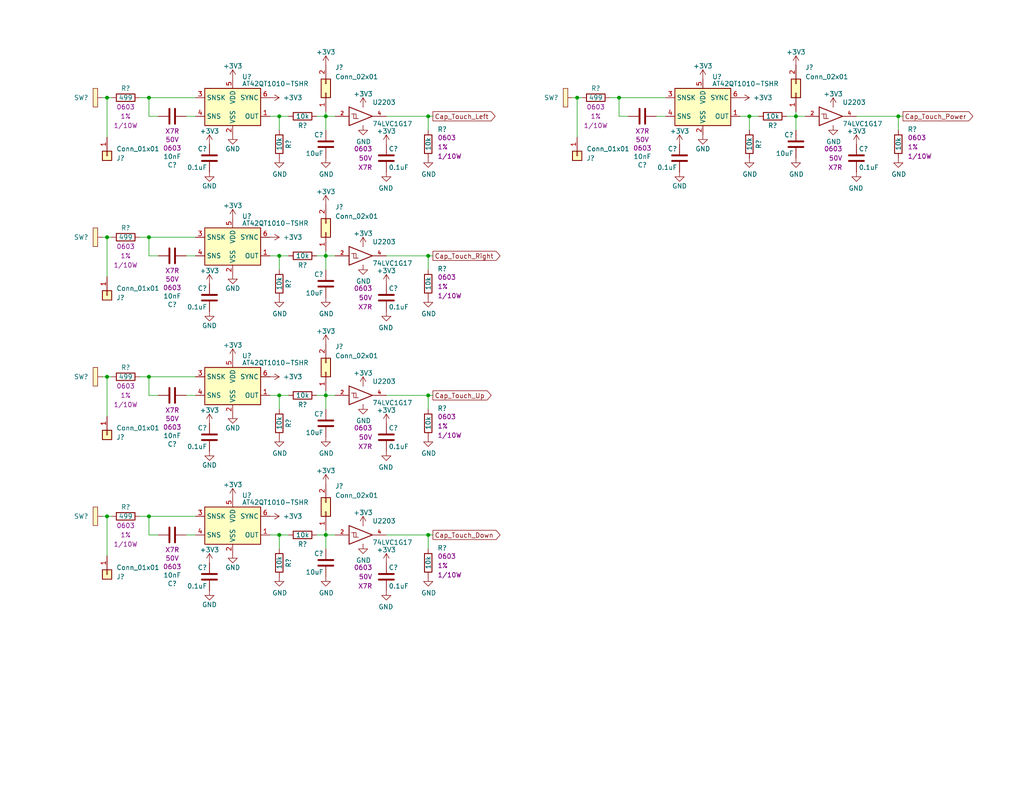
<source format=kicad_sch>
(kicad_sch (version 20230121) (generator eeschema)
  (paper "A")
  (title_block (date "2023-05-21") (rev "PRELIM") (company "Drew Maatman"))
  (junction (at 29.21 102.87))
  (junction (at 88.9 107.95))
  (junction (at 168.91 26.67))
  (junction (at 29.21 64.77))
  (junction (at 76.2 146.05))
  (junction (at 116.84 69.85))
  (junction (at 76.2 69.85))
  (junction (at 116.84 107.95))
  (junction (at 116.84 31.75))
  (junction (at 88.9 69.85))
  (junction (at 76.2 107.95))
  (junction (at 76.2 31.75))
  (junction (at 40.64 140.97))
  (junction (at 40.64 64.77))
  (junction (at 88.9 146.05))
  (junction (at 29.21 140.97))
  (junction (at 116.84 146.05))
  (junction (at 88.9 31.75))
  (junction (at 204.47 31.75))
  (junction (at 217.17 31.75))
  (junction (at 245.11 31.75))
  (junction (at 40.64 102.87))
  (junction (at 29.21 26.67))
  (junction (at 157.48 26.67))
  (junction (at 40.64 26.67))
  (wire (pts (xy 118.11 31.75) (xy 116.84 31.75)))
  (wire (pts (xy 78.74 69.85) (xy 76.2 69.85)))
  (wire (pts (xy 50.8 31.75) (xy 53.34 31.75)))
  (wire (pts (xy 29.21 102.87) (xy 29.21 113.665)))
  (wire (pts (xy 88.9 30.48) (xy 88.9 31.75)))
  (wire (pts (xy 50.8 69.85) (xy 53.34 69.85)))
  (wire (pts (xy 245.11 31.75) (xy 233.68 31.75)))
  (wire (pts (xy 38.1 64.77) (xy 40.64 64.77)))
  (wire (pts (xy 27.94 26.67) (xy 29.21 26.67)))
  (wire (pts (xy 204.47 35.56) (xy 204.47 31.75)))
  (wire (pts (xy 38.1 140.97) (xy 40.64 140.97)))
  (wire (pts (xy 88.9 106.68) (xy 88.9 107.95)))
  (wire (pts (xy 78.74 107.95) (xy 76.2 107.95)))
  (wire (pts (xy 88.9 68.58) (xy 88.9 69.85)))
  (wire (pts (xy 38.1 102.87) (xy 40.64 102.87)))
  (wire (pts (xy 156.21 26.67) (xy 157.48 26.67)))
  (wire (pts (xy 116.84 73.66) (xy 116.84 69.85)))
  (wire (pts (xy 40.64 64.77) (xy 53.34 64.77)))
  (wire (pts (xy 171.45 31.75) (xy 168.91 31.75)))
  (wire (pts (xy 219.71 31.75) (xy 217.17 31.75)))
  (wire (pts (xy 207.01 31.75) (xy 204.47 31.75)))
  (wire (pts (xy 88.9 69.85) (xy 86.36 69.85)))
  (wire (pts (xy 88.9 111.76) (xy 88.9 107.95)))
  (wire (pts (xy 166.37 26.67) (xy 168.91 26.67)))
  (wire (pts (xy 91.44 146.05) (xy 88.9 146.05)))
  (wire (pts (xy 91.44 31.75) (xy 88.9 31.75)))
  (wire (pts (xy 40.64 107.95) (xy 40.64 102.87)))
  (wire (pts (xy 157.48 26.67) (xy 158.75 26.67)))
  (wire (pts (xy 118.11 146.05) (xy 116.84 146.05)))
  (wire (pts (xy 40.64 26.67) (xy 53.34 26.67)))
  (wire (pts (xy 40.64 69.85) (xy 40.64 64.77)))
  (wire (pts (xy 78.74 31.75) (xy 76.2 31.75)))
  (wire (pts (xy 29.21 26.67) (xy 30.48 26.67)))
  (wire (pts (xy 168.91 31.75) (xy 168.91 26.67)))
  (wire (pts (xy 40.64 31.75) (xy 40.64 26.67)))
  (wire (pts (xy 29.21 140.97) (xy 29.21 151.765)))
  (wire (pts (xy 116.84 149.86) (xy 116.84 146.05)))
  (wire (pts (xy 27.94 102.87) (xy 29.21 102.87)))
  (wire (pts (xy 88.9 144.78) (xy 88.9 146.05)))
  (wire (pts (xy 88.9 146.05) (xy 86.36 146.05)))
  (wire (pts (xy 116.84 111.76) (xy 116.84 107.95)))
  (wire (pts (xy 29.21 64.77) (xy 30.48 64.77)))
  (wire (pts (xy 116.84 69.85) (xy 105.41 69.85)))
  (wire (pts (xy 76.2 69.85) (xy 73.66 69.85)))
  (wire (pts (xy 217.17 35.56) (xy 217.17 31.75)))
  (wire (pts (xy 88.9 35.56) (xy 88.9 31.75)))
  (wire (pts (xy 29.21 26.67) (xy 29.21 37.465)))
  (wire (pts (xy 217.17 31.75) (xy 214.63 31.75)))
  (wire (pts (xy 157.48 26.67) (xy 157.48 37.465)))
  (wire (pts (xy 50.8 107.95) (xy 53.34 107.95)))
  (wire (pts (xy 116.84 31.75) (xy 105.41 31.75)))
  (wire (pts (xy 50.8 146.05) (xy 53.34 146.05)))
  (wire (pts (xy 88.9 149.86) (xy 88.9 146.05)))
  (wire (pts (xy 88.9 107.95) (xy 86.36 107.95)))
  (wire (pts (xy 43.18 107.95) (xy 40.64 107.95)))
  (wire (pts (xy 246.38 31.75) (xy 245.11 31.75)))
  (wire (pts (xy 88.9 31.75) (xy 86.36 31.75)))
  (wire (pts (xy 116.84 146.05) (xy 105.41 146.05)))
  (wire (pts (xy 245.11 35.56) (xy 245.11 31.75)))
  (wire (pts (xy 78.74 146.05) (xy 76.2 146.05)))
  (wire (pts (xy 91.44 69.85) (xy 88.9 69.85)))
  (wire (pts (xy 118.11 107.95) (xy 116.84 107.95)))
  (wire (pts (xy 76.2 107.95) (xy 73.66 107.95)))
  (wire (pts (xy 29.21 102.87) (xy 30.48 102.87)))
  (wire (pts (xy 88.9 73.66) (xy 88.9 69.85)))
  (wire (pts (xy 43.18 146.05) (xy 40.64 146.05)))
  (wire (pts (xy 179.07 31.75) (xy 181.61 31.75)))
  (wire (pts (xy 168.91 26.67) (xy 181.61 26.67)))
  (wire (pts (xy 91.44 107.95) (xy 88.9 107.95)))
  (wire (pts (xy 27.94 140.97) (xy 29.21 140.97)))
  (wire (pts (xy 76.2 149.86) (xy 76.2 146.05)))
  (wire (pts (xy 40.64 102.87) (xy 53.34 102.87)))
  (wire (pts (xy 40.64 140.97) (xy 53.34 140.97)))
  (wire (pts (xy 38.1 26.67) (xy 40.64 26.67)))
  (wire (pts (xy 116.84 107.95) (xy 105.41 107.95)))
  (wire (pts (xy 43.18 31.75) (xy 40.64 31.75)))
  (wire (pts (xy 76.2 146.05) (xy 73.66 146.05)))
  (wire (pts (xy 40.64 146.05) (xy 40.64 140.97)))
  (wire (pts (xy 118.11 69.85) (xy 116.84 69.85)))
  (wire (pts (xy 116.84 35.56) (xy 116.84 31.75)))
  (wire (pts (xy 43.18 69.85) (xy 40.64 69.85)))
  (wire (pts (xy 204.47 31.75) (xy 201.93 31.75)))
  (wire (pts (xy 29.21 140.97) (xy 30.48 140.97)))
  (wire (pts (xy 76.2 111.76) (xy 76.2 107.95)))
  (wire (pts (xy 27.94 64.77) (xy 29.21 64.77)))
  (wire (pts (xy 29.21 64.77) (xy 29.21 75.565)))
  (wire (pts (xy 217.17 30.48) (xy 217.17 31.75)))
  (wire (pts (xy 76.2 73.66) (xy 76.2 69.85)))
  (wire (pts (xy 76.2 35.56) (xy 76.2 31.75)))
  (wire (pts (xy 76.2 31.75) (xy 73.66 31.75)))
  (global_label "Cap_Touch_Down" (shape output) (at 118.11 146.05 0) (property "Intersheetrefs" "${INTERSHEET_REFS}" (effects hide)))
  (global_label "Cap_Touch_Up" (shape output) (at 118.11 107.95 0) (property "Intersheetrefs" "${INTERSHEET_REFS}" (effects hide)))
  (global_label "Cap_Touch_Right" (shape output) (at 118.11 69.85 0) (property "Intersheetrefs" "${INTERSHEET_REFS}" (effects hide)))
  (global_label "Cap_Touch_Left" (shape output) (at 118.11 31.75 0) (property "Intersheetrefs" "${INTERSHEET_REFS}" (effects hide)))
  (global_label "Cap_Touch_Power" (shape output) (at 246.38 31.75 0) (property "Intersheetrefs" "${INTERSHEET_REFS}" (effects hide)))
  (symbol (lib_id "Analog_Clock-rescue:+3.3V-power") (at 57.15 39.37 0) (unit 1)
    (property "Reference" "#PWR02201" (effects hide))
    (property "Value" "+3.3V" (at 57.15 35.814 0))
    (instances (project "Analog_Clock" (path "" (reference "#PWR02201") (unit 1))) (project "IN12_carrier" (path "" (reference "#PWR0901") (unit 1))))
  )
  (symbol (lib_id "power:GND") (at 217.17 43.18 0) (unit 1)
    (property "Reference" "#PWR?" (effects hide))
    (property "Value" "GND" (at 217.297 47.5742 0))
    (instances (project "Analog_Clock" (path "" (reference "#PWR?") (unit 1)) (path "" (reference "#PWR?") (unit 1)) (path "" (reference "#PWR?") (unit 1)) (path "" (reference "#PWR02213") (unit 1)) (path "" (reference "#PWR?") (unit 1)) (path "" (reference "#PWR?") (unit 1)) (path "" (reference "#PWR?") (unit 1)) (path "" (reference "#PWR?") (unit 1))) (project "IN12_carrier" (path "" (reference "#PWR0955") (unit 1))))
  )
  (symbol (lib_id "Analog_Clock-rescue:+3.3V-power") (at 73.66 140.97 270) (unit 1)
    (property "Reference" "#PWR02209" (effects hide))
    (property "Value" "+3.3V" (at 77.216 140.97 90) (effects (justify left)))
    (instances (project "Analog_Clock" (path "" (reference "#PWR02209") (unit 1))) (project "IN12_carrier" (path "" (reference "#PWR0941") (unit 1))))
  )
  (symbol (lib_id "Custom_Library:74LVC1G17_Power") (at 99.06 69.85 0) (unit 1)
    (property "Reference" "U2203" (at 101.6 66.04 0) (effects (justify left)))
    (property "Value" "74LVC1G17" (at 101.6 71.882 0) (effects (justify left)))
    (property "Footprint" "TO_SOT_Packages_SMD:SOT-353_SC-70-5" (effects hide))
    (property "Datasheet" "http://www.ti.com/lit/sg/scyt129e/scyt129e.pdf" (effects hide))
    (property "Digi-Key PN" "296-11934-1-ND" (effects hide))
    (instances (project "Analog_Clock" (path "" (reference "U2203") (unit 1))) (project "IN12_carrier" (path "" (reference "U?") (unit 1))))
  )
  (symbol (lib_id "Sensor_Touch:AT42QT1010-TSHR") (at 63.5 67.31 0) (mirror y) (unit 1)
    (property "Reference" "U?" (at 66.04 59.055 0) (effects (justify right)))
    (property "Value" "AT42QT1010-TSHR" (at 66.04 60.96 0) (effects (justify right)))
    (property "Footprint" "TO_SOT_Packages_SMD:SOT-23-6" (effects hide))
    (property "Datasheet" "http://ww1.microchip.com/downloads/en/DeviceDoc/Atmel-9541-AT42-QTouch-BSW-AT42QT1010_Datasheet.pdf" (effects hide))
    (property "Digi-Key PN" "AT42QT1010-TSHRCT-ND" (effects hide))
    (instances (project "Analog_Clock" (path "" (reference "U?") (unit 1)) (path "" (reference "U?") (unit 1)) (path "" (reference "U?") (unit 1)) (path "" (reference "U2201") (unit 1)) (path "" (reference "U?") (unit 1))) (project "IN12_carrier" (path "" (reference "U?") (unit 1))))
  )
  (symbol (lib_id "power:GND") (at 88.9 119.38 0) (unit 1)
    (property "Reference" "#PWR?" (effects hide))
    (property "Value" "GND" (at 89.027 123.7742 0))
    (instances (project "Analog_Clock" (path "" (reference "#PWR?") (unit 1)) (path "" (reference "#PWR?") (unit 1)) (path "" (reference "#PWR?") (unit 1)) (path "" (reference "#PWR02213") (unit 1)) (path "" (reference "#PWR?") (unit 1)) (path "" (reference "#PWR?") (unit 1)) (path "" (reference "#PWR?") (unit 1)) (path "" (reference "#PWR?") (unit 1))) (project "IN12_carrier" (path "" (reference "#PWR0931") (unit 1))))
  )
  (symbol (lib_id "Custom_Library:C_Custom") (at 105.41 81.28 0) (unit 1)
    (property "Reference" "C?" (at 106.045 78.74 0) (effects (justify left)))
    (property "Value" "0.1uF" (at 106.045 83.82 0) (effects (justify left)))
    (property "Footprint" "Capacitors_SMD:C_0603" (effects hide))
    (property "display_footprint" "0603" (at 101.6 78.74 0) (effects (justify right)))
    (property "Voltage" "50V" (at 101.6 81.28 0) (effects (justify right)))
    (property "Dielectric" "X7R" (at 101.6 83.82 0) (effects (justify right)))
    (instances (project "Analog_Clock" (path "" (reference "C?") (unit 1)) (path "" (reference "C?") (unit 1)) (path "" (reference "C?") (unit 1)) (path "" (reference "C?") (unit 1)) (path "" (reference "C?") (unit 1)) (path "" (reference "C?") (unit 1)) (path "" (reference "C2207") (unit 1)) (path "" (reference "C?") (unit 1)) (path "" (reference "C?") (unit 1))) (project "IN12_carrier" (path "" (reference "C?") (unit 1))))
  )
  (symbol (lib_id "Custom_Library:R_Custom") (at 34.29 102.87 90) (mirror x) (unit 1)
    (property "Reference" "R?" (at 34.29 100.33 90))
    (property "Value" "499" (at 34.29 102.87 90))
    (property "Footprint" "Resistors_SMD:R_0603" (effects hide))
    (property "display_footprint" "0603" (at 34.29 105.41 90))
    (property "Tolerance" "1%" (at 34.29 107.95 90))
    (property "Wattage" "1/10W" (at 34.29 110.49 90))
    (instances (project "Analog_Clock" (path "" (reference "R?") (unit 1)) (path "" (reference "R?") (unit 1)) (path "" (reference "R?") (unit 1)) (path "" (reference "R2201") (unit 1)) (path "" (reference "R?") (unit 1)) (path "" (reference "R?") (unit 1)) (path "" (reference "R?") (unit 1)) (path "" (reference "R?") (unit 1))) (project "IN12_carrier" (path "" (reference "R?") (unit 1))))
  )
  (symbol (lib_id "Custom_Library:R_Custom") (at 82.55 69.85 270) (mirror x) (unit 1)
    (property "Reference" "R?" (at 82.55 72.39 90))
    (property "Value" "10k" (at 82.55 69.85 90))
    (property "Footprint" "Resistors_SMD:R_0603" (effects hide))
    (property "display_footprint" "0603" (effects hide))
    (property "Tolerance" "1%" (effects hide))
    (property "Wattage" "1/10W" (effects hide))
    (instances (project "Analog_Clock" (path "" (reference "R?") (unit 1)) (path "" (reference "R?") (unit 1)) (path "" (reference "R?") (unit 1)) (path "" (reference "R2205") (unit 1)) (path "" (reference "R?") (unit 1)) (path "" (reference "R?") (unit 1)) (path "" (reference "R?") (unit 1)) (path "" (reference "R?") (unit 1))) (project "IN12_carrier" (path "" (reference "R?") (unit 1))))
  )
  (symbol (lib_id "Custom_Library:C_Custom") (at 57.15 43.18 0) (mirror y) (unit 1)
    (property "Reference" "C?" (at 56.515 40.64 0) (effects (justify left)))
    (property "Value" "0.1uF" (at 56.515 45.72 0) (effects (justify left)))
    (property "Footprint" "Capacitors_SMD:C_0603" (effects hide))
    (property "display_footprint" "0603" (effects hide))
    (property "Voltage" "50V" (effects hide))
    (property "Dielectric" "X7R" (effects hide))
    (instances (project "Analog_Clock" (path "" (reference "C?") (unit 1)) (path "" (reference "C?") (unit 1)) (path "" (reference "C?") (unit 1)) (path "" (reference "C?") (unit 1)) (path "" (reference "C?") (unit 1)) (path "" (reference "C?") (unit 1)) (path "" (reference "C2201") (unit 1)) (path "" (reference "C?") (unit 1)) (path "" (reference "C?") (unit 1))) (project "IN12_carrier" (path "" (reference "C?") (unit 1))))
  )
  (symbol (lib_id "Analog_Clock-rescue:+3.3V-power") (at 57.15 115.57 0) (unit 1)
    (property "Reference" "#PWR02201" (effects hide))
    (property "Value" "+3.3V" (at 57.15 112.014 0))
    (instances (project "Analog_Clock" (path "" (reference "#PWR02201") (unit 1))) (project "IN12_carrier" (path "" (reference "#PWR0925") (unit 1))))
  )
  (symbol (lib_id "Custom_Library:R_Custom") (at 34.29 64.77 90) (mirror x) (unit 1)
    (property "Reference" "R?" (at 34.29 62.23 90))
    (property "Value" "499" (at 34.29 64.77 90))
    (property "Footprint" "Resistors_SMD:R_0603" (effects hide))
    (property "display_footprint" "0603" (at 34.29 67.31 90))
    (property "Tolerance" "1%" (at 34.29 69.85 90))
    (property "Wattage" "1/10W" (at 34.29 72.39 90))
    (instances (project "Analog_Clock" (path "" (reference "R?") (unit 1)) (path "" (reference "R?") (unit 1)) (path "" (reference "R?") (unit 1)) (path "" (reference "R2201") (unit 1)) (path "" (reference "R?") (unit 1)) (path "" (reference "R?") (unit 1)) (path "" (reference "R?") (unit 1)) (path "" (reference "R?") (unit 1))) (project "IN12_carrier" (path "" (reference "R?") (unit 1))))
  )
  (symbol (lib_id "power:GND") (at 105.41 123.19 0) (mirror y) (unit 1)
    (property "Reference" "#PWR?" (effects hide))
    (property "Value" "GND" (at 105.283 127.5842 0))
    (instances (project "Analog_Clock" (path "" (reference "#PWR?") (unit 1)) (path "" (reference "#PWR?") (unit 1)) (path "" (reference "#PWR?") (unit 1)) (path "" (reference "#PWR02220") (unit 1)) (path "" (reference "#PWR?") (unit 1)) (path "" (reference "#PWR?") (unit 1)) (path "" (reference "#PWR?") (unit 1)) (path "" (reference "#PWR?") (unit 1))) (project "IN12_carrier" (path "" (reference "#PWR0935") (unit 1))))
  )
  (symbol (lib_id "Custom_Library:R_Custom") (at 82.55 107.95 270) (mirror x) (unit 1)
    (property "Reference" "R?" (at 82.55 110.49 90))
    (property "Value" "10k" (at 82.55 107.95 90))
    (property "Footprint" "Resistors_SMD:R_0603" (effects hide))
    (property "display_footprint" "0603" (effects hide))
    (property "Tolerance" "1%" (effects hide))
    (property "Wattage" "1/10W" (effects hide))
    (instances (project "Analog_Clock" (path "" (reference "R?") (unit 1)) (path "" (reference "R?") (unit 1)) (path "" (reference "R?") (unit 1)) (path "" (reference "R2205") (unit 1)) (path "" (reference "R?") (unit 1)) (path "" (reference "R?") (unit 1)) (path "" (reference "R?") (unit 1)) (path "" (reference "R?") (unit 1))) (project "IN12_carrier" (path "" (reference "R?") (unit 1))))
  )
  (symbol (lib_id "Sensor_Touch:AT42QT1010-TSHR") (at 191.77 29.21 0) (mirror y) (unit 1)
    (property "Reference" "U?" (at 194.31 20.955 0) (effects (justify right)))
    (property "Value" "AT42QT1010-TSHR" (at 194.31 22.86 0) (effects (justify right)))
    (property "Footprint" "TO_SOT_Packages_SMD:SOT-23-6" (effects hide))
    (property "Datasheet" "http://ww1.microchip.com/downloads/en/DeviceDoc/Atmel-9541-AT42-QTouch-BSW-AT42QT1010_Datasheet.pdf" (effects hide))
    (property "Digi-Key PN" "AT42QT1010-TSHRCT-ND" (effects hide))
    (instances (project "Analog_Clock" (path "" (reference "U?") (unit 1)) (path "" (reference "U?") (unit 1)) (path "" (reference "U?") (unit 1)) (path "" (reference "U2201") (unit 1)) (path "" (reference "U?") (unit 1))) (project "IN12_carrier" (path "" (reference "U?") (unit 1))))
  )
  (symbol (lib_id "Analog_Clock-rescue:+3.3V-power") (at 63.5 135.89 0) (unit 1)
    (property "Reference" "#PWR02205" (effects hide))
    (property "Value" "+3.3V" (at 63.5 132.334 0))
    (instances (project "Analog_Clock" (path "" (reference "#PWR02205") (unit 1))) (project "IN12_carrier" (path "" (reference "#PWR0939") (unit 1))))
  )
  (symbol (lib_id "Custom_Library:R_Custom") (at 34.29 26.67 90) (mirror x) (unit 1)
    (property "Reference" "R?" (at 34.29 24.13 90))
    (property "Value" "499" (at 34.29 26.67 90))
    (property "Footprint" "Resistors_SMD:R_0603" (effects hide))
    (property "display_footprint" "0603" (at 34.29 29.21 90))
    (property "Tolerance" "1%" (at 34.29 31.75 90))
    (property "Wattage" "1/10W" (at 34.29 34.29 90))
    (instances (project "Analog_Clock" (path "" (reference "R?") (unit 1)) (path "" (reference "R?") (unit 1)) (path "" (reference "R?") (unit 1)) (path "" (reference "R2201") (unit 1)) (path "" (reference "R?") (unit 1)) (path "" (reference "R?") (unit 1)) (path "" (reference "R?") (unit 1)) (path "" (reference "R?") (unit 1))) (project "IN12_carrier" (path "" (reference "R?") (unit 1))))
  )
  (symbol (lib_id "Custom_Library:Cap_Touch") (at 156.21 26.67 90) (mirror x) (unit 1)
    (property "Reference" "SW?" (at 152.4 26.67 90) (effects (justify left)))
    (property "Value" "Cap_Touch" (effects hide))
    (property "Footprint" "Custom Footprints Library:Capacitive_Touch_Pad" (effects hide))
    (instances (project "Analog_Clock" (path "" (reference "SW?") (unit 1)) (path "" (reference "SW?") (unit 1)) (path "" (reference "SW?") (unit 1)) (path "" (reference "SW2201") (unit 1)) (path "" (reference "SW?") (unit 1))) (project "IN12_carrier" (path "" (reference "SW?") (unit 1))))
  )
  (symbol (lib_id "Custom_Library:Cap_Touch") (at 27.94 102.87 90) (mirror x) (unit 1)
    (property "Reference" "SW?" (at 24.13 102.87 90) (effects (justify left)))
    (property "Value" "Cap_Touch" (effects hide))
    (property "Footprint" "Custom Footprints Library:Capacitive_Touch_Pad" (effects hide))
    (instances (project "Analog_Clock" (path "" (reference "SW?") (unit 1)) (path "" (reference "SW?") (unit 1)) (path "" (reference "SW?") (unit 1)) (path "" (reference "SW2201") (unit 1)) (path "" (reference "SW?") (unit 1))) (project "IN12_carrier" (path "" (reference "SW?") (unit 1))))
  )
  (symbol (lib_id "Analog_Clock-rescue:+3.3V-power") (at 63.5 97.79 0) (unit 1)
    (property "Reference" "#PWR02205" (effects hide))
    (property "Value" "+3.3V" (at 63.5 94.234 0))
    (instances (project "Analog_Clock" (path "" (reference "#PWR02205") (unit 1))) (project "IN12_carrier" (path "" (reference "#PWR0927") (unit 1))))
  )
  (symbol (lib_id "Analog_Clock-rescue:+3.3V-power") (at 63.5 21.59 0) (unit 1)
    (property "Reference" "#PWR02205" (effects hide))
    (property "Value" "+3.3V" (at 63.5 18.034 0))
    (instances (project "Analog_Clock" (path "" (reference "#PWR02205") (unit 1))) (project "IN12_carrier" (path "" (reference "#PWR0903") (unit 1))))
  )
  (symbol (lib_id "Custom_Library:R_Custom") (at 76.2 153.67 0) (unit 1)
    (property "Reference" "R?" (at 78.74 153.67 90))
    (property "Value" "10k" (at 76.2 155.448 90) (effects (justify left)))
    (property "Footprint" "Resistors_SMD:R_0603" (effects hide))
    (property "display_footprint" "0603" (effects hide))
    (property "Tolerance" "1%" (effects hide))
    (property "Wattage" "1/10W" (effects hide))
    (instances (project "Analog_Clock" (path "" (reference "R?") (unit 1)) (path "" (reference "R?") (unit 1)) (path "" (reference "R?") (unit 1)) (path "" (reference "R2203") (unit 1)) (path "" (reference "R?") (unit 1)) (path "" (reference "R?") (unit 1)) (path "" (reference "R?") (unit 1)) (path "" (reference "R?") (unit 1))) (project "IN12_carrier" (path "" (reference "R?") (unit 1))))
  )
  (symbol (lib_id "Analog_Clock-rescue:+3.3V-power") (at 88.9 55.88 0) (unit 1)
    (property "Reference" "#PWR02215" (effects hide))
    (property "Value" "+3.3V" (at 88.9 52.324 0))
    (instances (project "Analog_Clock" (path "" (reference "#PWR02215") (unit 1))) (project "IN12_carrier" (path "" (reference "#PWR0961") (unit 1))))
  )
  (symbol (lib_id "Connector_Generic:Conn_02x01") (at 217.17 25.4 90) (unit 1)
    (property "Reference" "J?" (at 219.71 18.415 90) (effects (justify right)))
    (property "Value" "Conn_02x01" (at 219.71 20.955 90) (effects (justify right)))
  )
  (symbol (lib_id "power:GND") (at 57.15 161.29 0) (unit 1)
    (property "Reference" "#PWR?" (effects hide))
    (property "Value" "GND" (at 57.15 165.1 0))
    (instances (project "Analog_Clock" (path "" (reference "#PWR?") (unit 1)) (path "" (reference "#PWR?") (unit 1)) (path "" (reference "#PWR?") (unit 1)) (path "" (reference "#PWR02202") (unit 1)) (path "" (reference "#PWR?") (unit 1))) (project "IN12_carrier" (path "" (reference "#PWR0938") (unit 1))))
  )
  (symbol (lib_id "Custom_Library:R_Custom") (at 76.2 77.47 0) (unit 1)
    (property "Reference" "R?" (at 78.74 77.47 90))
    (property "Value" "10k" (at 76.2 79.248 90) (effects (justify left)))
    (property "Footprint" "Resistors_SMD:R_0603" (effects hide))
    (property "display_footprint" "0603" (effects hide))
    (property "Tolerance" "1%" (effects hide))
    (property "Wattage" "1/10W" (effects hide))
    (instances (project "Analog_Clock" (path "" (reference "R?") (unit 1)) (path "" (reference "R?") (unit 1)) (path "" (reference "R?") (unit 1)) (path "" (reference "R2203") (unit 1)) (path "" (reference "R?") (unit 1)) (path "" (reference "R?") (unit 1)) (path "" (reference "R?") (unit 1)) (path "" (reference "R?") (unit 1))) (project "IN12_carrier" (path "" (reference "R?") (unit 1))))
  )
  (symbol (lib_id "Connector_Generic:Conn_01x01") (at 29.21 156.845 270) (unit 1)
    (property "Reference" "J?" (at 31.75 157.48 90) (effects (justify left)))
    (property "Value" "Conn_01x01" (at 31.75 154.94 90) (effects (justify left)))
  )
  (symbol (lib_id "Sensor_Touch:AT42QT1010-TSHR") (at 63.5 105.41 0) (mirror y) (unit 1)
    (property "Reference" "U?" (at 66.04 97.155 0) (effects (justify right)))
    (property "Value" "AT42QT1010-TSHR" (at 66.04 99.06 0) (effects (justify right)))
    (property "Footprint" "TO_SOT_Packages_SMD:SOT-23-6" (effects hide))
    (property "Datasheet" "http://ww1.microchip.com/downloads/en/DeviceDoc/Atmel-9541-AT42-QTouch-BSW-AT42QT1010_Datasheet.pdf" (effects hide))
    (property "Digi-Key PN" "AT42QT1010-TSHRCT-ND" (effects hide))
    (instances (project "Analog_Clock" (path "" (reference "U?") (unit 1)) (path "" (reference "U?") (unit 1)) (path "" (reference "U?") (unit 1)) (path "" (reference "U2201") (unit 1)) (path "" (reference "U?") (unit 1))) (project "IN12_carrier" (path "" (reference "U?") (unit 1))))
  )
  (symbol (lib_id "Analog_Clock-rescue:+3.3V-power") (at 88.9 17.78 0) (unit 1)
    (property "Reference" "#PWR02215" (effects hide))
    (property "Value" "+3.3V" (at 88.9 14.224 0))
    (instances (project "Analog_Clock" (path "" (reference "#PWR02215") (unit 1))) (project "IN12_carrier" (path "" (reference "#PWR0962") (unit 1))))
  )
  (symbol (lib_id "Analog_Clock-rescue:+3.3V-power") (at 99.06 105.41 0) (unit 1)
    (property "Reference" "#PWR02215" (effects hide))
    (property "Value" "+3.3V" (at 99.06 101.854 0))
    (instances (project "Analog_Clock" (path "" (reference "#PWR02215") (unit 1))) (project "IN12_carrier" (path "" (reference "#PWR0932") (unit 1))))
  )
  (symbol (lib_id "Custom_Library:R_Custom") (at 82.55 146.05 270) (mirror x) (unit 1)
    (property "Reference" "R?" (at 82.55 148.59 90))
    (property "Value" "10k" (at 82.55 146.05 90))
    (property "Footprint" "Resistors_SMD:R_0603" (effects hide))
    (property "display_footprint" "0603" (effects hide))
    (property "Tolerance" "1%" (effects hide))
    (property "Wattage" "1/10W" (effects hide))
    (instances (project "Analog_Clock" (path "" (reference "R?") (unit 1)) (path "" (reference "R?") (unit 1)) (path "" (reference "R?") (unit 1)) (path "" (reference "R2205") (unit 1)) (path "" (reference "R?") (unit 1)) (path "" (reference "R?") (unit 1)) (path "" (reference "R?") (unit 1)) (path "" (reference "R?") (unit 1))) (project "IN12_carrier" (path "" (reference "R?") (unit 1))))
  )
  (symbol (lib_id "Sensor_Touch:AT42QT1010-TSHR") (at 63.5 143.51 0) (mirror y) (unit 1)
    (property "Reference" "U?" (at 66.04 135.255 0) (effects (justify right)))
    (property "Value" "AT42QT1010-TSHR" (at 66.04 137.16 0) (effects (justify right)))
    (property "Footprint" "TO_SOT_Packages_SMD:SOT-23-6" (effects hide))
    (property "Datasheet" "http://ww1.microchip.com/downloads/en/DeviceDoc/Atmel-9541-AT42-QTouch-BSW-AT42QT1010_Datasheet.pdf" (effects hide))
    (property "Digi-Key PN" "AT42QT1010-TSHRCT-ND" (effects hide))
    (instances (project "Analog_Clock" (path "" (reference "U?") (unit 1)) (path "" (reference "U?") (unit 1)) (path "" (reference "U?") (unit 1)) (path "" (reference "U2201") (unit 1)) (path "" (reference "U?") (unit 1))) (project "IN12_carrier" (path "" (reference "U?") (unit 1))))
  )
  (symbol (lib_id "Custom_Library:R_Custom") (at 116.84 115.57 0) (unit 1)
    (property "Reference" "R?" (at 119.38 111.506 0) (effects (justify left)))
    (property "Value" "10k" (at 116.84 117.348 90) (effects (justify left)))
    (property "Footprint" "Resistors_SMD:R_0603" (effects hide))
    (property "display_footprint" "0603" (at 119.38 113.792 0) (effects (justify left)))
    (property "Tolerance" "1%" (at 119.38 116.332 0) (effects (justify left)))
    (property "Wattage" "1/10W" (at 119.38 118.872 0) (effects (justify left)))
    (instances (project "Analog_Clock" (path "" (reference "R?") (unit 1)) (path "" (reference "R?") (unit 1)) (path "" (reference "R?") (unit 1)) (path "" (reference "R2207") (unit 1)) (path "" (reference "R?") (unit 1)) (path "" (reference "R?") (unit 1)) (path "" (reference "R?") (unit 1)) (path "" (reference "R?") (unit 1))) (project "IN12_carrier" (path "" (reference "R?") (unit 1))))
  )
  (symbol (lib_id "Analog_Clock-rescue:+3.3V-power") (at 105.41 39.37 0) (unit 1)
    (property "Reference" "#PWR02219" (effects hide))
    (property "Value" "+3.3V" (at 105.41 35.814 0))
    (instances (project "Analog_Clock" (path "" (reference "#PWR02219") (unit 1))) (project "IN12_carrier" (path "" (reference "#PWR0910") (unit 1))))
  )
  (symbol (lib_id "power:GND") (at 116.84 119.38 0) (unit 1)
    (property "Reference" "#PWR?" (effects hide))
    (property "Value" "GND" (at 116.967 123.7742 0))
    (instances (project "Analog_Clock" (path "" (reference "#PWR?") (unit 1)) (path "" (reference "#PWR?") (unit 1)) (path "" (reference "#PWR?") (unit 1)) (path "" (reference "#PWR02223") (unit 1)) (path "" (reference "#PWR?") (unit 1)) (path "" (reference "#PWR?") (unit 1)) (path "" (reference "#PWR?") (unit 1)) (path "" (reference "#PWR?") (unit 1))) (project "IN12_carrier" (path "" (reference "#PWR0936") (unit 1))))
  )
  (symbol (lib_id "power:GND") (at 76.2 157.48 0) (unit 1)
    (property "Reference" "#PWR?" (effects hide))
    (property "Value" "GND" (at 76.327 161.8742 0))
    (instances (project "Analog_Clock" (path "" (reference "#PWR?") (unit 1)) (path "" (reference "#PWR?") (unit 1)) (path "" (reference "#PWR?") (unit 1)) (path "" (reference "#PWR02211") (unit 1)) (path "" (reference "#PWR?") (unit 1)) (path "" (reference "#PWR?") (unit 1)) (path "" (reference "#PWR?") (unit 1)) (path "" (reference "#PWR?") (unit 1))) (project "IN12_carrier" (path "" (reference "#PWR0942") (unit 1))))
  )
  (symbol (lib_id "Analog_Clock-rescue:+3.3V-power") (at 73.66 102.87 270) (unit 1)
    (property "Reference" "#PWR02209" (effects hide))
    (property "Value" "+3.3V" (at 77.216 102.87 90) (effects (justify left)))
    (instances (project "Analog_Clock" (path "" (reference "#PWR02209") (unit 1))) (project "IN12_carrier" (path "" (reference "#PWR0929") (unit 1))))
  )
  (symbol (lib_id "Custom_Library:C_Custom") (at 57.15 81.28 0) (mirror y) (unit 1)
    (property "Reference" "C?" (at 56.515 78.74 0) (effects (justify left)))
    (property "Value" "0.1uF" (at 56.515 83.82 0) (effects (justify left)))
    (property "Footprint" "Capacitors_SMD:C_0603" (effects hide))
    (property "display_footprint" "0603" (effects hide))
    (property "Voltage" "50V" (effects hide))
    (property "Dielectric" "X7R" (effects hide))
    (instances (project "Analog_Clock" (path "" (reference "C?") (unit 1)) (path "" (reference "C?") (unit 1)) (path "" (reference "C?") (unit 1)) (path "" (reference "C?") (unit 1)) (path "" (reference "C?") (unit 1)) (path "" (reference "C?") (unit 1)) (path "" (reference "C2201") (unit 1)) (path "" (reference "C?") (unit 1)) (path "" (reference "C?") (unit 1))) (project "IN12_carrier" (path "" (reference "C?") (unit 1))))
  )
  (symbol (lib_id "Custom_Library:Cap_Touch") (at 27.94 140.97 90) (mirror x) (unit 1)
    (property "Reference" "SW?" (at 24.13 140.97 90) (effects (justify left)))
    (property "Value" "Cap_Touch" (effects hide))
    (property "Footprint" "Custom Footprints Library:Capacitive_Touch_Pad" (effects hide))
    (instances (project "Analog_Clock" (path "" (reference "SW?") (unit 1)) (path "" (reference "SW?") (unit 1)) (path "" (reference "SW?") (unit 1)) (path "" (reference "SW2201") (unit 1)) (path "" (reference "SW?") (unit 1))) (project "IN12_carrier" (path "" (reference "SW?") (unit 1))))
  )
  (symbol (lib_id "Analog_Clock-rescue:+3.3V-power") (at 105.41 115.57 0) (unit 1)
    (property "Reference" "#PWR02219" (effects hide))
    (property "Value" "+3.3V" (at 105.41 112.014 0))
    (instances (project "Analog_Clock" (path "" (reference "#PWR02219") (unit 1))) (project "IN12_carrier" (path "" (reference "#PWR0934") (unit 1))))
  )
  (symbol (lib_id "power:GND") (at 57.15 85.09 0) (unit 1)
    (property "Reference" "#PWR?" (effects hide))
    (property "Value" "GND" (at 57.15 88.9 0))
    (instances (project "Analog_Clock" (path "" (reference "#PWR?") (unit 1)) (path "" (reference "#PWR?") (unit 1)) (path "" (reference "#PWR?") (unit 1)) (path "" (reference "#PWR02202") (unit 1)) (path "" (reference "#PWR?") (unit 1))) (project "IN12_carrier" (path "" (reference "#PWR0914") (unit 1))))
  )
  (symbol (lib_id "power:GND") (at 88.9 43.18 0) (unit 1)
    (property "Reference" "#PWR?" (effects hide))
    (property "Value" "GND" (at 89.027 47.5742 0))
    (instances (project "Analog_Clock" (path "" (reference "#PWR?") (unit 1)) (path "" (reference "#PWR?") (unit 1)) (path "" (reference "#PWR?") (unit 1)) (path "" (reference "#PWR02213") (unit 1)) (path "" (reference "#PWR?") (unit 1)) (path "" (reference "#PWR?") (unit 1)) (path "" (reference "#PWR?") (unit 1)) (path "" (reference "#PWR?") (unit 1))) (project "IN12_carrier" (path "" (reference "#PWR0907") (unit 1))))
  )
  (symbol (lib_id "Analog_Clock-rescue:+3.3V-power") (at 105.41 77.47 0) (unit 1)
    (property "Reference" "#PWR02219" (effects hide))
    (property "Value" "+3.3V" (at 105.41 73.914 0))
    (instances (project "Analog_Clock" (path "" (reference "#PWR02219") (unit 1))) (project "IN12_carrier" (path "" (reference "#PWR0922") (unit 1))))
  )
  (symbol (lib_id "Analog_Clock-rescue:+3.3V-power") (at 88.9 93.98 0) (unit 1)
    (property "Reference" "#PWR02215" (effects hide))
    (property "Value" "+3.3V" (at 88.9 90.424 0))
    (instances (project "Analog_Clock" (path "" (reference "#PWR02215") (unit 1))) (project "IN12_carrier" (path "" (reference "#PWR0964") (unit 1))))
  )
  (symbol (lib_id "power:GND") (at 63.5 113.03 0) (mirror y) (unit 1)
    (property "Reference" "#PWR?" (effects hide))
    (property "Value" "GND" (at 63.5 116.84 0))
    (instances (project "Analog_Clock" (path "" (reference "#PWR?") (unit 1)) (path "" (reference "#PWR?") (unit 1)) (path "" (reference "#PWR?") (unit 1)) (path "" (reference "#PWR02206") (unit 1)) (path "" (reference "#PWR?") (unit 1))) (project "IN12_carrier" (path "" (reference "#PWR0928") (unit 1))))
  )
  (symbol (lib_id "Custom_Library:R_Custom") (at 34.29 140.97 90) (mirror x) (unit 1)
    (property "Reference" "R?" (at 34.29 138.43 90))
    (property "Value" "499" (at 34.29 140.97 90))
    (property "Footprint" "Resistors_SMD:R_0603" (effects hide))
    (property "display_footprint" "0603" (at 34.29 143.51 90))
    (property "Tolerance" "1%" (at 34.29 146.05 90))
    (property "Wattage" "1/10W" (at 34.29 148.59 90))
    (instances (project "Analog_Clock" (path "" (reference "R?") (unit 1)) (path "" (reference "R?") (unit 1)) (path "" (reference "R?") (unit 1)) (path "" (reference "R2201") (unit 1)) (path "" (reference "R?") (unit 1)) (path "" (reference "R?") (unit 1)) (path "" (reference "R?") (unit 1)) (path "" (reference "R?") (unit 1))) (project "IN12_carrier" (path "" (reference "R?") (unit 1))))
  )
  (symbol (lib_id "power:GND") (at 227.33 34.29 0) (unit 1)
    (property "Reference" "#PWR?" (effects hide))
    (property "Value" "GND" (at 227.457 38.6842 0))
    (instances (project "Analog_Clock" (path "" (reference "#PWR?") (unit 1)) (path "" (reference "#PWR?") (unit 1)) (path "" (reference "#PWR?") (unit 1)) (path "" (reference "#PWR02216") (unit 1)) (path "" (reference "#PWR?") (unit 1)) (path "" (reference "#PWR?") (unit 1)) (path "" (reference "#PWR?") (unit 1)) (path "" (reference "#PWR?") (unit 1))) (project "IN12_carrier" (path "" (reference "#PWR0957") (unit 1))))
  )
  (symbol (lib_id "Custom_Library:C_Custom") (at 88.9 153.67 0) (mirror y) (unit 1)
    (property "Reference" "C?" (at 88.265 151.13 0) (effects (justify left)))
    (property "Value" "10uF" (at 88.265 156.21 0) (effects (justify left)))
    (property "Footprint" "Capacitors_SMD:C_0603" (effects hide))
    (property "display_footprint" "0603" (effects hide))
    (property "Voltage" "10V" (effects hide))
    (property "Dielectric" "X5R" (effects hide))
    (instances (project "Analog_Clock" (path "" (reference "C?") (unit 1)) (path "" (reference "C?") (unit 1)) (path "" (reference "C?") (unit 1)) (path "" (reference "C?") (unit 1)) (path "" (reference "C?") (unit 1)) (path "" (reference "C?") (unit 1)) (path "" (reference "C2205") (unit 1)) (path "" (reference "C?") (unit 1)) (path "" (reference "C?") (unit 1))) (project "IN12_carrier" (path "" (reference "C?") (unit 1))))
  )
  (symbol (lib_id "Connector_Generic:Conn_02x01") (at 88.9 139.7 90) (unit 1)
    (property "Reference" "J?" (at 91.44 132.715 90) (effects (justify right)))
    (property "Value" "Conn_02x01" (at 91.44 135.255 90) (effects (justify right)))
  )
  (symbol (lib_id "Custom_Library:R_Custom") (at 210.82 31.75 270) (mirror x) (unit 1)
    (property "Reference" "R?" (at 210.82 34.29 90))
    (property "Value" "10k" (at 210.82 31.75 90))
    (property "Footprint" "Resistors_SMD:R_0603" (effects hide))
    (property "display_footprint" "0603" (effects hide))
    (property "Tolerance" "1%" (effects hide))
    (property "Wattage" "1/10W" (effects hide))
    (instances (project "Analog_Clock" (path "" (reference "R?") (unit 1)) (path "" (reference "R?") (unit 1)) (path "" (reference "R?") (unit 1)) (path "" (reference "R2205") (unit 1)) (path "" (reference "R?") (unit 1)) (path "" (reference "R?") (unit 1)) (path "" (reference "R?") (unit 1)) (path "" (reference "R?") (unit 1))) (project "IN12_carrier" (path "" (reference "R?") (unit 1))))
  )
  (symbol (lib_id "Custom_Library:Cap_Touch") (at 27.94 26.67 90) (mirror x) (unit 1)
    (property "Reference" "SW?" (at 24.13 26.67 90) (effects (justify left)))
    (property "Value" "Cap_Touch" (effects hide))
    (property "Footprint" "Custom Footprints Library:Capacitive_Touch_Pad" (effects hide))
    (instances (project "Analog_Clock" (path "" (reference "SW?") (unit 1)) (path "" (reference "SW?") (unit 1)) (path "" (reference "SW?") (unit 1)) (path "" (reference "SW2201") (unit 1)) (path "" (reference "SW?") (unit 1))) (project "IN12_carrier" (path "" (reference "SW?") (unit 1))))
  )
  (symbol (lib_id "Custom_Library:C_Custom") (at 88.9 115.57 0) (mirror y) (unit 1)
    (property "Reference" "C?" (at 88.265 113.03 0) (effects (justify left)))
    (property "Value" "10uF" (at 88.265 118.11 0) (effects (justify left)))
    (property "Footprint" "Capacitors_SMD:C_0603" (effects hide))
    (property "display_footprint" "0603" (effects hide))
    (property "Voltage" "10V" (effects hide))
    (property "Dielectric" "X5R" (effects hide))
    (instances (project "Analog_Clock" (path "" (reference "C?") (unit 1)) (path "" (reference "C?") (unit 1)) (path "" (reference "C?") (unit 1)) (path "" (reference "C?") (unit 1)) (path "" (reference "C?") (unit 1)) (path "" (reference "C?") (unit 1)) (path "" (reference "C2205") (unit 1)) (path "" (reference "C?") (unit 1)) (path "" (reference "C?") (unit 1))) (project "IN12_carrier" (path "" (reference "C?") (unit 1))))
  )
  (symbol (lib_id "Connector_Generic:Conn_02x01") (at 88.9 101.6 90) (unit 1)
    (property "Reference" "J?" (at 91.44 94.615 90) (effects (justify right)))
    (property "Value" "Conn_02x01" (at 91.44 97.155 90) (effects (justify right)))
  )
  (symbol (lib_id "power:GND") (at 63.5 36.83 0) (mirror y) (unit 1)
    (property "Reference" "#PWR?" (effects hide))
    (property "Value" "GND" (at 63.5 40.64 0))
    (instances (project "Analog_Clock" (path "" (reference "#PWR?") (unit 1)) (path "" (reference "#PWR?") (unit 1)) (path "" (reference "#PWR?") (unit 1)) (path "" (reference "#PWR02206") (unit 1)) (path "" (reference "#PWR?") (unit 1))) (project "IN12_carrier" (path "" (reference "#PWR0904") (unit 1))))
  )
  (symbol (lib_id "Analog_Clock-rescue:+3.3V-power") (at 63.5 59.69 0) (unit 1)
    (property "Reference" "#PWR02205" (effects hide))
    (property "Value" "+3.3V" (at 63.5 56.134 0))
    (instances (project "Analog_Clock" (path "" (reference "#PWR02205") (unit 1))) (project "IN12_carrier" (path "" (reference "#PWR0915") (unit 1))))
  )
  (symbol (lib_id "Analog_Clock-rescue:+3.3V-power") (at 88.9 132.08 0) (unit 1)
    (property "Reference" "#PWR02215" (effects hide))
    (property "Value" "+3.3V" (at 88.9 128.524 0))
    (instances (project "Analog_Clock" (path "" (reference "#PWR02215") (unit 1))) (project "IN12_carrier" (path "" (reference "#PWR0965") (unit 1))))
  )
  (symbol (lib_id "Custom_Library:R_Custom") (at 76.2 39.37 0) (unit 1)
    (property "Reference" "R?" (at 78.74 39.37 90))
    (property "Value" "10k" (at 76.2 41.148 90) (effects (justify left)))
    (property "Footprint" "Resistors_SMD:R_0603" (effects hide))
    (property "display_footprint" "0603" (effects hide))
    (property "Tolerance" "1%" (effects hide))
    (property "Wattage" "1/10W" (effects hide))
    (instances (project "Analog_Clock" (path "" (reference "R?") (unit 1)) (path "" (reference "R?") (unit 1)) (path "" (reference "R?") (unit 1)) (path "" (reference "R2203") (unit 1)) (path "" (reference "R?") (unit 1)) (path "" (reference "R?") (unit 1)) (path "" (reference "R?") (unit 1)) (path "" (reference "R?") (unit 1))) (project "IN12_carrier" (path "" (reference "R?") (unit 1))))
  )
  (symbol (lib_id "Custom_Library:74LVC1G17_Power") (at 227.33 31.75 0) (unit 1)
    (property "Reference" "U2203" (at 229.87 27.94 0) (effects (justify left)))
    (property "Value" "74LVC1G17" (at 229.87 33.782 0) (effects (justify left)))
    (property "Footprint" "TO_SOT_Packages_SMD:SOT-353_SC-70-5" (effects hide))
    (property "Datasheet" "http://www.ti.com/lit/sg/scyt129e/scyt129e.pdf" (effects hide))
    (property "Digi-Key PN" "296-11934-1-ND" (effects hide))
    (instances (project "Analog_Clock" (path "" (reference "U2203") (unit 1))) (project "IN12_carrier" (path "" (reference "U?") (unit 1))))
  )
  (symbol (lib_id "power:GND") (at 191.77 36.83 0) (mirror y) (unit 1)
    (property "Reference" "#PWR?" (effects hide))
    (property "Value" "GND" (at 191.77 40.64 0))
    (instances (project "Analog_Clock" (path "" (reference "#PWR?") (unit 1)) (path "" (reference "#PWR?") (unit 1)) (path "" (reference "#PWR?") (unit 1)) (path "" (reference "#PWR02206") (unit 1)) (path "" (reference "#PWR?") (unit 1))) (project "IN12_carrier" (path "" (reference "#PWR0952") (unit 1))))
  )
  (symbol (lib_id "power:GND") (at 57.15 46.99 0) (unit 1)
    (property "Reference" "#PWR?" (effects hide))
    (property "Value" "GND" (at 57.15 50.8 0))
    (instances (project "Analog_Clock" (path "" (reference "#PWR?") (unit 1)) (path "" (reference "#PWR?") (unit 1)) (path "" (reference "#PWR?") (unit 1)) (path "" (reference "#PWR02202") (unit 1)) (path "" (reference "#PWR?") (unit 1))) (project "IN12_carrier" (path "" (reference "#PWR0902") (unit 1))))
  )
  (symbol (lib_id "power:GND") (at 245.11 43.18 0) (unit 1)
    (property "Reference" "#PWR?" (effects hide))
    (property "Value" "GND" (at 245.237 47.5742 0))
    (instances (project "Analog_Clock" (path "" (reference "#PWR?") (unit 1)) (path "" (reference "#PWR?") (unit 1)) (path "" (reference "#PWR?") (unit 1)) (path "" (reference "#PWR02223") (unit 1)) (path "" (reference "#PWR?") (unit 1)) (path "" (reference "#PWR?") (unit 1)) (path "" (reference "#PWR?") (unit 1)) (path "" (reference "#PWR?") (unit 1))) (project "IN12_carrier" (path "" (reference "#PWR0960") (unit 1))))
  )
  (symbol (lib_id "Analog_Clock-rescue:+3.3V-power") (at 73.66 64.77 270) (unit 1)
    (property "Reference" "#PWR02209" (effects hide))
    (property "Value" "+3.3V" (at 77.216 64.77 90) (effects (justify left)))
    (instances (project "Analog_Clock" (path "" (reference "#PWR02209") (unit 1))) (project "IN12_carrier" (path "" (reference "#PWR0917") (unit 1))))
  )
  (symbol (lib_id "power:GND") (at 63.5 74.93 0) (mirror y) (unit 1)
    (property "Reference" "#PWR?" (effects hide))
    (property "Value" "GND" (at 63.5 78.74 0))
    (instances (project "Analog_Clock" (path "" (reference "#PWR?") (unit 1)) (path "" (reference "#PWR?") (unit 1)) (path "" (reference "#PWR?") (unit 1)) (path "" (reference "#PWR02206") (unit 1)) (path "" (reference "#PWR?") (unit 1))) (project "IN12_carrier" (path "" (reference "#PWR0916") (unit 1))))
  )
  (symbol (lib_id "Analog_Clock-rescue:+3.3V-power") (at 227.33 29.21 0) (unit 1)
    (property "Reference" "#PWR02215" (effects hide))
    (property "Value" "+3.3V" (at 227.33 25.654 0))
    (instances (project "Analog_Clock" (path "" (reference "#PWR02215") (unit 1))) (project "IN12_carrier" (path "" (reference "#PWR0956") (unit 1))))
  )
  (symbol (lib_id "Sensor_Touch:AT42QT1010-TSHR") (at 63.5 29.21 0) (mirror y) (unit 1)
    (property "Reference" "U?" (at 66.04 20.955 0) (effects (justify right)))
    (property "Value" "AT42QT1010-TSHR" (at 66.04 22.86 0) (effects (justify right)))
    (property "Footprint" "TO_SOT_Packages_SMD:SOT-23-6" (effects hide))
    (property "Datasheet" "http://ww1.microchip.com/downloads/en/DeviceDoc/Atmel-9541-AT42-QTouch-BSW-AT42QT1010_Datasheet.pdf" (effects hide))
    (property "Digi-Key PN" "AT42QT1010-TSHRCT-ND" (effects hide))
    (instances (project "Analog_Clock" (path "" (reference "U?") (unit 1)) (path "" (reference "U?") (unit 1)) (path "" (reference "U?") (unit 1)) (path "" (reference "U2201") (unit 1)) (path "" (reference "U?") (unit 1))) (project "IN12_carrier" (path "" (reference "U?") (unit 1))))
  )
  (symbol (lib_id "Analog_Clock-rescue:+3.3V-power") (at 99.06 67.31 0) (unit 1)
    (property "Reference" "#PWR02215" (effects hide))
    (property "Value" "+3.3V" (at 99.06 63.754 0))
    (instances (project "Analog_Clock" (path "" (reference "#PWR02215") (unit 1))) (project "IN12_carrier" (path "" (reference "#PWR0920") (unit 1))))
  )
  (symbol (lib_id "power:GND") (at 88.9 81.28 0) (unit 1)
    (property "Reference" "#PWR?" (effects hide))
    (property "Value" "GND" (at 89.027 85.6742 0))
    (instances (project "Analog_Clock" (path "" (reference "#PWR?") (unit 1)) (path "" (reference "#PWR?") (unit 1)) (path "" (reference "#PWR?") (unit 1)) (path "" (reference "#PWR02213") (unit 1)) (path "" (reference "#PWR?") (unit 1)) (path "" (reference "#PWR?") (unit 1)) (path "" (reference "#PWR?") (unit 1)) (path "" (reference "#PWR?") (unit 1))) (project "IN12_carrier" (path "" (reference "#PWR0919") (unit 1))))
  )
  (symbol (lib_id "Custom_Library:C_Custom") (at 233.68 43.18 0) (unit 1)
    (property "Reference" "C?" (at 234.315 40.64 0) (effects (justify left)))
    (property "Value" "0.1uF" (at 234.315 45.72 0) (effects (justify left)))
    (property "Footprint" "Capacitors_SMD:C_0603" (effects hide))
    (property "display_footprint" "0603" (at 229.87 40.64 0) (effects (justify right)))
    (property "Voltage" "50V" (at 229.87 43.18 0) (effects (justify right)))
    (property "Dielectric" "X7R" (at 229.87 45.72 0) (effects (justify right)))
    (instances (project "Analog_Clock" (path "" (reference "C?") (unit 1)) (path "" (reference "C?") (unit 1)) (path "" (reference "C?") (unit 1)) (path "" (reference "C?") (unit 1)) (path "" (reference "C?") (unit 1)) (path "" (reference "C?") (unit 1)) (path "" (reference "C2207") (unit 1)) (path "" (reference "C?") (unit 1)) (path "" (reference "C?") (unit 1))) (project "IN12_carrier" (path "" (reference "C?") (unit 1))))
  )
  (symbol (lib_id "Connector_Generic:Conn_01x01") (at 29.21 42.545 270) (unit 1)
    (property "Reference" "J?" (at 31.75 43.18 90) (effects (justify left)))
    (property "Value" "Conn_01x01" (at 31.75 40.64 90) (effects (justify left)))
  )
  (symbol (lib_id "Analog_Clock-rescue:+3.3V-power") (at 73.66 26.67 270) (unit 1)
    (property "Reference" "#PWR02209" (effects hide))
    (property "Value" "+3.3V" (at 77.216 26.67 90) (effects (justify left)))
    (instances (project "Analog_Clock" (path "" (reference "#PWR02209") (unit 1))) (project "IN12_carrier" (path "" (reference "#PWR0905") (unit 1))))
  )
  (symbol (lib_id "Custom_Library:C_Custom") (at 88.9 39.37 0) (mirror y) (unit 1)
    (property "Reference" "C?" (at 88.265 36.83 0) (effects (justify left)))
    (property "Value" "10uF" (at 88.265 41.91 0) (effects (justify left)))
    (property "Footprint" "Capacitors_SMD:C_0603" (effects hide))
    (property "display_footprint" "0603" (effects hide))
    (property "Voltage" "10V" (effects hide))
    (property "Dielectric" "X5R" (effects hide))
    (instances (project "Analog_Clock" (path "" (reference "C?") (unit 1)) (path "" (reference "C?") (unit 1)) (path "" (reference "C?") (unit 1)) (path "" (reference "C?") (unit 1)) (path "" (reference "C?") (unit 1)) (path "" (reference "C?") (unit 1)) (path "" (reference "C2205") (unit 1)) (path "" (reference "C?") (unit 1)) (path "" (reference "C?") (unit 1))) (project "IN12_carrier" (path "" (reference "C?") (unit 1))))
  )
  (symbol (lib_id "Custom_Library:C_Custom") (at 88.9 77.47 0) (mirror y) (unit 1)
    (property "Reference" "C?" (at 88.265 74.93 0) (effects (justify left)))
    (property "Value" "10uF" (at 88.265 80.01 0) (effects (justify left)))
    (property "Footprint" "Capacitors_SMD:C_0603" (effects hide))
    (property "display_footprint" "0603" (effects hide))
    (property "Voltage" "10V" (effects hide))
    (property "Dielectric" "X5R" (effects hide))
    (instances (project "Analog_Clock" (path "" (reference "C?") (unit 1)) (path "" (reference "C?") (unit 1)) (path "" (reference "C?") (unit 1)) (path "" (reference "C?") (unit 1)) (path "" (reference "C?") (unit 1)) (path "" (reference "C?") (unit 1)) (path "" (reference "C2205") (unit 1)) (path "" (reference "C?") (unit 1)) (path "" (reference "C?") (unit 1))) (project "IN12_carrier" (path "" (reference "C?") (unit 1))))
  )
  (symbol (lib_id "Custom_Library:C_Custom") (at 185.42 43.18 0) (mirror y) (unit 1)
    (property "Reference" "C?" (at 184.785 40.64 0) (effects (justify left)))
    (property "Value" "0.1uF" (at 184.785 45.72 0) (effects (justify left)))
    (property "Footprint" "Capacitors_SMD:C_0603" (effects hide))
    (property "display_footprint" "0603" (effects hide))
    (property "Voltage" "50V" (effects hide))
    (property "Dielectric" "X7R" (effects hide))
    (instances (project "Analog_Clock" (path "" (reference "C?") (unit 1)) (path "" (reference "C?") (unit 1)) (path "" (reference "C?") (unit 1)) (path "" (reference "C?") (unit 1)) (path "" (reference "C?") (unit 1)) (path "" (reference "C?") (unit 1)) (path "" (reference "C2201") (unit 1)) (path "" (reference "C?") (unit 1)) (path "" (reference "C?") (unit 1))) (project "IN12_carrier" (path "" (reference "C?") (unit 1))))
  )
  (symbol (lib_id "Custom_Library:74LVC1G17_Power") (at 99.06 146.05 0) (unit 1)
    (property "Reference" "U2203" (at 101.6 142.24 0) (effects (justify left)))
    (property "Value" "74LVC1G17" (at 101.6 148.082 0) (effects (justify left)))
    (property "Footprint" "TO_SOT_Packages_SMD:SOT-353_SC-70-5" (effects hide))
    (property "Datasheet" "http://www.ti.com/lit/sg/scyt129e/scyt129e.pdf" (effects hide))
    (property "Digi-Key PN" "296-11934-1-ND" (effects hide))
    (instances (project "Analog_Clock" (path "" (reference "U2203") (unit 1))) (project "IN12_carrier" (path "" (reference "U?") (unit 1))))
  )
  (symbol (lib_id "Custom_Library:R_Custom") (at 245.11 39.37 0) (unit 1)
    (property "Reference" "R?" (at 247.65 35.306 0) (effects (justify left)))
    (property "Value" "10k" (at 245.11 41.148 90) (effects (justify left)))
    (property "Footprint" "Resistors_SMD:R_0603" (effects hide))
    (property "display_footprint" "0603" (at 247.65 37.592 0) (effects (justify left)))
    (property "Tolerance" "1%" (at 247.65 40.132 0) (effects (justify left)))
    (property "Wattage" "1/10W" (at 247.65 42.672 0) (effects (justify left)))
    (instances (project "Analog_Clock" (path "" (reference "R?") (unit 1)) (path "" (reference "R?") (unit 1)) (path "" (reference "R?") (unit 1)) (path "" (reference "R2207") (unit 1)) (path "" (reference "R?") (unit 1)) (path "" (reference "R?") (unit 1)) (path "" (reference "R?") (unit 1)) (path "" (reference "R?") (unit 1))) (project "IN12_carrier" (path "" (reference "R?") (unit 1))))
  )
  (symbol (lib_id "Custom_Library:74LVC1G17_Power") (at 99.06 31.75 0) (unit 1)
    (property "Reference" "U2203" (at 101.6 27.94 0) (effects (justify left)))
    (property "Value" "74LVC1G17" (at 101.6 33.782 0) (effects (justify left)))
    (property "Footprint" "TO_SOT_Packages_SMD:SOT-353_SC-70-5" (effects hide))
    (property "Datasheet" "http://www.ti.com/lit/sg/scyt129e/scyt129e.pdf" (effects hide))
    (property "Digi-Key PN" "296-11934-1-ND" (effects hide))
    (instances (project "Analog_Clock" (path "" (reference "U2203") (unit 1))) (project "IN12_carrier" (path "" (reference "U?") (unit 1))))
  )
  (symbol (lib_id "power:GND") (at 63.5 151.13 0) (mirror y) (unit 1)
    (property "Reference" "#PWR?" (effects hide))
    (property "Value" "GND" (at 63.5 154.94 0))
    (instances (project "Analog_Clock" (path "" (reference "#PWR?") (unit 1)) (path "" (reference "#PWR?") (unit 1)) (path "" (reference "#PWR?") (unit 1)) (path "" (reference "#PWR02206") (unit 1)) (path "" (reference "#PWR?") (unit 1))) (project "IN12_carrier" (path "" (reference "#PWR0940") (unit 1))))
  )
  (symbol (lib_id "Analog_Clock-rescue:+3.3V-power") (at 99.06 143.51 0) (unit 1)
    (property "Reference" "#PWR02215" (effects hide))
    (property "Value" "+3.3V" (at 99.06 139.954 0))
    (instances (project "Analog_Clock" (path "" (reference "#PWR02215") (unit 1))) (project "IN12_carrier" (path "" (reference "#PWR0944") (unit 1))))
  )
  (symbol (lib_id "Custom_Library:C_Custom") (at 57.15 119.38 0) (mirror y) (unit 1)
    (property "Reference" "C?" (at 56.515 116.84 0) (effects (justify left)))
    (property "Value" "0.1uF" (at 56.515 121.92 0) (effects (justify left)))
    (property "Footprint" "Capacitors_SMD:C_0603" (effects hide))
    (property "display_footprint" "0603" (effects hide))
    (property "Voltage" "50V" (effects hide))
    (property "Dielectric" "X7R" (effects hide))
    (instances (project "Analog_Clock" (path "" (reference "C?") (unit 1)) (path "" (reference "C?") (unit 1)) (path "" (reference "C?") (unit 1)) (path "" (reference "C?") (unit 1)) (path "" (reference "C?") (unit 1)) (path "" (reference "C?") (unit 1)) (path "" (reference "C2201") (unit 1)) (path "" (reference "C?") (unit 1)) (path "" (reference "C?") (unit 1))) (project "IN12_carrier" (path "" (reference "C?") (unit 1))))
  )
  (symbol (lib_id "power:GND") (at 57.15 123.19 0) (unit 1)
    (property "Reference" "#PWR?" (effects hide))
    (property "Value" "GND" (at 57.15 127 0))
    (instances (project "Analog_Clock" (path "" (reference "#PWR?") (unit 1)) (path "" (reference "#PWR?") (unit 1)) (path "" (reference "#PWR?") (unit 1)) (path "" (reference "#PWR02202") (unit 1)) (path "" (reference "#PWR?") (unit 1))) (project "IN12_carrier" (path "" (reference "#PWR0926") (unit 1))))
  )
  (symbol (lib_id "power:GND") (at 105.41 85.09 0) (mirror y) (unit 1)
    (property "Reference" "#PWR?" (effects hide))
    (property "Value" "GND" (at 105.283 89.4842 0))
    (instances (project "Analog_Clock" (path "" (reference "#PWR?") (unit 1)) (path "" (reference "#PWR?") (unit 1)) (path "" (reference "#PWR?") (unit 1)) (path "" (reference "#PWR02220") (unit 1)) (path "" (reference "#PWR?") (unit 1)) (path "" (reference "#PWR?") (unit 1)) (path "" (reference "#PWR?") (unit 1)) (path "" (reference "#PWR?") (unit 1))) (project "IN12_carrier" (path "" (reference "#PWR0923") (unit 1))))
  )
  (symbol (lib_id "Custom_Library:C_Custom") (at 105.41 157.48 0) (unit 1)
    (property "Reference" "C?" (at 106.045 154.94 0) (effects (justify left)))
    (property "Value" "0.1uF" (at 106.045 160.02 0) (effects (justify left)))
    (property "Footprint" "Capacitors_SMD:C_0603" (effects hide))
    (property "display_footprint" "0603" (at 101.6 154.94 0) (effects (justify right)))
    (property "Voltage" "50V" (at 101.6 157.48 0) (effects (justify right)))
    (property "Dielectric" "X7R" (at 101.6 160.02 0) (effects (justify right)))
    (instances (project "Analog_Clock" (path "" (reference "C?") (unit 1)) (path "" (reference "C?") (unit 1)) (path "" (reference "C?") (unit 1)) (path "" (reference "C?") (unit 1)) (path "" (reference "C?") (unit 1)) (path "" (reference "C?") (unit 1)) (path "" (reference "C2207") (unit 1)) (path "" (reference "C?") (unit 1)) (path "" (reference "C?") (unit 1))) (project "IN12_carrier" (path "" (reference "C?") (unit 1))))
  )
  (symbol (lib_id "power:GND") (at 99.06 72.39 0) (unit 1)
    (property "Reference" "#PWR?" (effects hide))
    (property "Value" "GND" (at 99.187 76.7842 0))
    (instances (project "Analog_Clock" (path "" (reference "#PWR?") (unit 1)) (path "" (reference "#PWR?") (unit 1)) (path "" (reference "#PWR?") (unit 1)) (path "" (reference "#PWR02216") (unit 1)) (path "" (reference "#PWR?") (unit 1)) (path "" (reference "#PWR?") (unit 1)) (path "" (reference "#PWR?") (unit 1)) (path "" (reference "#PWR?") (unit 1))) (project "IN12_carrier" (path "" (reference "#PWR0921") (unit 1))))
  )
  (symbol (lib_id "Connector_Generic:Conn_01x01") (at 29.21 118.745 270) (unit 1)
    (property "Reference" "J?" (at 31.75 119.38 90) (effects (justify left)))
    (property "Value" "Conn_01x01" (at 31.75 116.84 90) (effects (justify left)))
  )
  (symbol (lib_id "Connector_Generic:Conn_02x01") (at 88.9 25.4 90) (unit 1)
    (property "Reference" "J?" (at 91.44 18.415 90) (effects (justify right)))
    (property "Value" "Conn_02x01" (at 91.44 20.955 90) (effects (justify right)))
  )
  (symbol (lib_id "Custom_Library:C_Custom") (at 217.17 39.37 0) (mirror y) (unit 1)
    (property "Reference" "C?" (at 216.535 36.83 0) (effects (justify left)))
    (property "Value" "10uF" (at 216.535 41.91 0) (effects (justify left)))
    (property "Footprint" "Capacitors_SMD:C_0603" (effects hide))
    (property "display_footprint" "0603" (effects hide))
    (property "Voltage" "10V" (effects hide))
    (property "Dielectric" "X5R" (effects hide))
    (instances (project "Analog_Clock" (path "" (reference "C?") (unit 1)) (path "" (reference "C?") (unit 1)) (path "" (reference "C?") (unit 1)) (path "" (reference "C?") (unit 1)) (path "" (reference "C?") (unit 1)) (path "" (reference "C?") (unit 1)) (path "" (reference "C2205") (unit 1)) (path "" (reference "C?") (unit 1)) (path "" (reference "C?") (unit 1))) (project "IN12_carrier" (path "" (reference "C?") (unit 1))))
  )
  (symbol (lib_id "Analog_Clock-rescue:+3.3V-power") (at 57.15 153.67 0) (unit 1)
    (property "Reference" "#PWR02201" (effects hide))
    (property "Value" "+3.3V" (at 57.15 150.114 0))
    (instances (project "Analog_Clock" (path "" (reference "#PWR02201") (unit 1))) (project "IN12_carrier" (path "" (reference "#PWR0937") (unit 1))))
  )
  (symbol (lib_id "Analog_Clock-rescue:+3.3V-power") (at 99.06 29.21 0) (unit 1)
    (property "Reference" "#PWR02215" (effects hide))
    (property "Value" "+3.3V" (at 99.06 25.654 0))
    (instances (project "Analog_Clock" (path "" (reference "#PWR02215") (unit 1))) (project "IN12_carrier" (path "" (reference "#PWR0908") (unit 1))))
  )
  (symbol (lib_id "power:GND") (at 99.06 110.49 0) (unit 1)
    (property "Reference" "#PWR?" (effects hide))
    (property "Value" "GND" (at 99.187 114.8842 0))
    (instances (project "Analog_Clock" (path "" (reference "#PWR?") (unit 1)) (path "" (reference "#PWR?") (unit 1)) (path "" (reference "#PWR?") (unit 1)) (path "" (reference "#PWR02216") (unit 1)) (path "" (reference "#PWR?") (unit 1)) (path "" (reference "#PWR?") (unit 1)) (path "" (reference "#PWR?") (unit 1)) (path "" (reference "#PWR?") (unit 1))) (project "IN12_carrier" (path "" (reference "#PWR0933") (unit 1))))
  )
  (symbol (lib_id "power:GND") (at 233.68 46.99 0) (mirror y) (unit 1)
    (property "Reference" "#PWR?" (effects hide))
    (property "Value" "GND" (at 233.553 51.3842 0))
    (instances (project "Analog_Clock" (path "" (reference "#PWR?") (unit 1)) (path "" (reference "#PWR?") (unit 1)) (path "" (reference "#PWR?") (unit 1)) (path "" (reference "#PWR02220") (unit 1)) (path "" (reference "#PWR?") (unit 1)) (path "" (reference "#PWR?") (unit 1)) (path "" (reference "#PWR?") (unit 1)) (path "" (reference "#PWR?") (unit 1))) (project "IN12_carrier" (path "" (reference "#PWR0959") (unit 1))))
  )
  (symbol (lib_id "power:GND") (at 99.06 148.59 0) (unit 1)
    (property "Reference" "#PWR?" (effects hide))
    (property "Value" "GND" (at 99.187 152.9842 0))
    (instances (project "Analog_Clock" (path "" (reference "#PWR?") (unit 1)) (path "" (reference "#PWR?") (unit 1)) (path "" (reference "#PWR?") (unit 1)) (path "" (reference "#PWR02216") (unit 1)) (path "" (reference "#PWR?") (unit 1)) (path "" (reference "#PWR?") (unit 1)) (path "" (reference "#PWR?") (unit 1)) (path "" (reference "#PWR?") (unit 1))) (project "IN12_carrier" (path "" (reference "#PWR0945") (unit 1))))
  )
  (symbol (lib_id "Custom_Library:C_Custom") (at 46.99 107.95 270) (mirror x) (unit 1)
    (property "Reference" "C?" (at 46.99 121.2596 90))
    (property "Value" "10nF" (at 46.99 118.9482 90))
    (property "Footprint" "Capacitors_SMD:C_0603" (effects hide))
    (property "display_footprint" "0603" (at 46.99 116.6368 90))
    (property "Voltage" "50V" (at 46.99 114.3254 90))
    (property "Dielectric" "X7R" (at 46.99 112.014 90))
    (instances (project "Analog_Clock" (path "" (reference "C?") (unit 1)) (path "" (reference "C?") (unit 1)) (path "" (reference "C?") (unit 1)) (path "" (reference "C?") (unit 1)) (path "" (reference "C2203") (unit 1)) (path "" (reference "C?") (unit 1)) (path "" (reference "C?") (unit 1)) (path "" (reference "C?") (unit 1)) (path "" (reference "C?") (unit 1)) (path "" (reference "C?") (unit 1))) (project "IN12_carrier" (path "" (reference "C?") (unit 1))))
  )
  (symbol (lib_id "Analog_Clock-rescue:+3.3V-power") (at 217.17 17.78 0) (unit 1)
    (property "Reference" "#PWR02215" (effects hide))
    (property "Value" "+3.3V" (at 217.17 14.224 0))
    (instances (project "Analog_Clock" (path "" (reference "#PWR02215") (unit 1))) (project "IN12_carrier" (path "" (reference "#PWR0963") (unit 1))))
  )
  (symbol (lib_id "Connector_Generic:Conn_01x01") (at 29.21 80.645 270) (unit 1)
    (property "Reference" "J?" (at 31.75 81.28 90) (effects (justify left)))
    (property "Value" "Conn_01x01" (at 31.75 78.74 90) (effects (justify left)))
  )
  (symbol (lib_id "power:GND") (at 76.2 119.38 0) (unit 1)
    (property "Reference" "#PWR?" (effects hide))
    (property "Value" "GND" (at 76.327 123.7742 0))
    (instances (project "Analog_Clock" (path "" (reference "#PWR?") (unit 1)) (path "" (reference "#PWR?") (unit 1)) (path "" (reference "#PWR?") (unit 1)) (path "" (reference "#PWR02211") (unit 1)) (path "" (reference "#PWR?") (unit 1)) (path "" (reference "#PWR?") (unit 1)) (path "" (reference "#PWR?") (unit 1)) (path "" (reference "#PWR?") (unit 1))) (project "IN12_carrier" (path "" (reference "#PWR0930") (unit 1))))
  )
  (symbol (lib_id "Analog_Clock-rescue:+3.3V-power") (at 191.77 21.59 0) (unit 1)
    (property "Reference" "#PWR02205" (effects hide))
    (property "Value" "+3.3V" (at 191.77 18.034 0))
    (instances (project "Analog_Clock" (path "" (reference "#PWR02205") (unit 1))) (project "IN12_carrier" (path "" (reference "#PWR0951") (unit 1))))
  )
  (symbol (lib_id "power:GND") (at 88.9 157.48 0) (unit 1)
    (property "Reference" "#PWR?" (effects hide))
    (property "Value" "GND" (at 89.027 161.8742 0))
    (instances (project "Analog_Clock" (path "" (reference "#PWR?") (unit 1)) (path "" (reference "#PWR?") (unit 1)) (path "" (reference "#PWR?") (unit 1)) (path "" (reference "#PWR02213") (unit 1)) (path "" (reference "#PWR?") (unit 1)) (path "" (reference "#PWR?") (unit 1)) (path "" (reference "#PWR?") (unit 1)) (path "" (reference "#PWR?") (unit 1))) (project "IN12_carrier" (path "" (reference "#PWR0943") (unit 1))))
  )
  (symbol (lib_id "Custom_Library:R_Custom") (at 76.2 115.57 0) (unit 1)
    (property "Reference" "R?" (at 78.74 115.57 90))
    (property "Value" "10k" (at 76.2 117.348 90) (effects (justify left)))
    (property "Footprint" "Resistors_SMD:R_0603" (effects hide))
    (property "display_footprint" "0603" (effects hide))
    (property "Tolerance" "1%" (effects hide))
    (property "Wattage" "1/10W" (effects hide))
    (instances (project "Analog_Clock" (path "" (reference "R?") (unit 1)) (path "" (reference "R?") (unit 1)) (path "" (reference "R?") (unit 1)) (path "" (reference "R2203") (unit 1)) (path "" (reference "R?") (unit 1)) (path "" (reference "R?") (unit 1)) (path "" (reference "R?") (unit 1)) (path "" (reference "R?") (unit 1))) (project "IN12_carrier" (path "" (reference "R?") (unit 1))))
  )
  (symbol (lib_id "Custom_Library:R_Custom") (at 116.84 153.67 0) (unit 1)
    (property "Reference" "R?" (at 119.38 149.606 0) (effects (justify left)))
    (property "Value" "10k" (at 116.84 155.448 90) (effects (justify left)))
    (property "Footprint" "Resistors_SMD:R_0603" (effects hide))
    (property "display_footprint" "0603" (at 119.38 151.892 0) (effects (justify left)))
    (property "Tolerance" "1%" (at 119.38 154.432 0) (effects (justify left)))
    (property "Wattage" "1/10W" (at 119.38 156.972 0) (effects (justify left)))
    (instances (project "Analog_Clock" (path "" (reference "R?") (unit 1)) (path "" (reference "R?") (unit 1)) (path "" (reference "R?") (unit 1)) (path "" (reference "R2207") (unit 1)) (path "" (reference "R?") (unit 1)) (path "" (reference "R?") (unit 1)) (path "" (reference "R?") (unit 1)) (path "" (reference "R?") (unit 1))) (project "IN12_carrier" (path "" (reference "R?") (unit 1))))
  )
  (symbol (lib_id "power:GND") (at 116.84 43.18 0) (unit 1)
    (property "Reference" "#PWR?" (effects hide))
    (property "Value" "GND" (at 116.967 47.5742 0))
    (instances (project "Analog_Clock" (path "" (reference "#PWR?") (unit 1)) (path "" (reference "#PWR?") (unit 1)) (path "" (reference "#PWR?") (unit 1)) (path "" (reference "#PWR02223") (unit 1)) (path "" (reference "#PWR?") (unit 1)) (path "" (reference "#PWR?") (unit 1)) (path "" (reference "#PWR?") (unit 1)) (path "" (reference "#PWR?") (unit 1))) (project "IN12_carrier" (path "" (reference "#PWR0912") (unit 1))))
  )
  (symbol (lib_id "Custom_Library:Cap_Touch") (at 27.94 64.77 90) (mirror x) (unit 1)
    (property "Reference" "SW?" (at 24.13 64.77 90) (effects (justify left)))
    (property "Value" "Cap_Touch" (effects hide))
    (property "Footprint" "Custom Footprints Library:Capacitive_Touch_Pad" (effects hide))
    (instances (project "Analog_Clock" (path "" (reference "SW?") (unit 1)) (path "" (reference "SW?") (unit 1)) (path "" (reference "SW?") (unit 1)) (path "" (reference "SW2201") (unit 1)) (path "" (reference "SW?") (unit 1))) (project "IN12_carrier" (path "" (reference "SW?") (unit 1))))
  )
  (symbol (lib_id "Custom_Library:74LVC1G17_Power") (at 99.06 107.95 0) (unit 1)
    (property "Reference" "U2203" (at 101.6 104.14 0) (effects (justify left)))
    (property "Value" "74LVC1G17" (at 101.6 109.982 0) (effects (justify left)))
    (property "Footprint" "TO_SOT_Packages_SMD:SOT-353_SC-70-5" (effects hide))
    (property "Datasheet" "http://www.ti.com/lit/sg/scyt129e/scyt129e.pdf" (effects hide))
    (property "Digi-Key PN" "296-11934-1-ND" (effects hide))
    (instances (project "Analog_Clock" (path "" (reference "U2203") (unit 1))) (project "IN12_carrier" (path "" (reference "U?") (unit 1))))
  )
  (symbol (lib_id "Analog_Clock-rescue:+3.3V-power") (at 233.68 39.37 0) (unit 1)
    (property "Reference" "#PWR02219" (effects hide))
    (property "Value" "+3.3V" (at 233.68 35.814 0))
    (instances (project "Analog_Clock" (path "" (reference "#PWR02219") (unit 1))) (project "IN12_carrier" (path "" (reference "#PWR0958") (unit 1))))
  )
  (symbol (lib_id "Analog_Clock-rescue:+3.3V-power") (at 185.42 39.37 0) (unit 1)
    (property "Reference" "#PWR02201" (effects hide))
    (property "Value" "+3.3V" (at 185.42 35.814 0))
    (instances (project "Analog_Clock" (path "" (reference "#PWR02201") (unit 1))) (project "IN12_carrier" (path "" (reference "#PWR0949") (unit 1))))
  )
  (symbol (lib_id "Custom_Library:R_Custom") (at 116.84 77.47 0) (unit 1)
    (property "Reference" "R?" (at 119.38 73.406 0) (effects (justify left)))
    (property "Value" "10k" (at 116.84 79.248 90) (effects (justify left)))
    (property "Footprint" "Resistors_SMD:R_0603" (effects hide))
    (property "display_footprint" "0603" (at 119.38 75.692 0) (effects (justify left)))
    (property "Tolerance" "1%" (at 119.38 78.232 0) (effects (justify left)))
    (property "Wattage" "1/10W" (at 119.38 80.772 0) (effects (justify left)))
    (instances (project "Analog_Clock" (path "" (reference "R?") (unit 1)) (path "" (reference "R?") (unit 1)) (path "" (reference "R?") (unit 1)) (path "" (reference "R2207") (unit 1)) (path "" (reference "R?") (unit 1)) (path "" (reference "R?") (unit 1)) (path "" (reference "R?") (unit 1)) (path "" (reference "R?") (unit 1))) (project "IN12_carrier" (path "" (reference "R?") (unit 1))))
  )
  (symbol (lib_id "Custom_Library:C_Custom") (at 175.26 31.75 270) (mirror x) (unit 1)
    (property "Reference" "C?" (at 175.26 45.0596 90))
    (property "Value" "10nF" (at 175.26 42.7482 90))
    (property "Footprint" "Capacitors_SMD:C_0603" (effects hide))
    (property "display_footprint" "0603" (at 175.26 40.4368 90))
    (property "Voltage" "50V" (at 175.26 38.1254 90))
    (property "Dielectric" "X7R" (at 175.26 35.814 90))
    (instances (project "Analog_Clock" (path "" (reference "C?") (unit 1)) (path "" (reference "C?") (unit 1)) (path "" (reference "C?") (unit 1)) (path "" (reference "C?") (unit 1)) (path "" (reference "C2203") (unit 1)) (path "" (reference "C?") (unit 1)) (path "" (reference "C?") (unit 1)) (path "" (reference "C?") (unit 1)) (path "" (reference "C?") (unit 1)) (path "" (reference "C?") (unit 1))) (project "IN12_carrier" (path "" (reference "C?") (unit 1))))
  )
  (symbol (lib_id "Custom_Library:R_Custom") (at 204.47 39.37 0) (unit 1)
    (property "Reference" "R?" (at 207.01 39.37 90))
    (property "Value" "10k" (at 204.47 41.148 90) (effects (justify left)))
    (property "Footprint" "Resistors_SMD:R_0603" (effects hide))
    (property "display_footprint" "0603" (effects hide))
    (property "Tolerance" "1%" (effects hide))
    (property "Wattage" "1/10W" (effects hide))
    (instances (project "Analog_Clock" (path "" (reference "R?") (unit 1)) (path "" (reference "R?") (unit 1)) (path "" (reference "R?") (unit 1)) (path "" (reference "R2203") (unit 1)) (path "" (reference "R?") (unit 1)) (path "" (reference "R?") (unit 1)) (path "" (reference "R?") (unit 1)) (path "" (reference "R?") (unit 1))) (project "IN12_carrier" (path "" (reference "R?") (unit 1))))
  )
  (symbol (lib_id "power:GND") (at 105.41 161.29 0) (mirror y) (unit 1)
    (property "Reference" "#PWR?" (effects hide))
    (property "Value" "GND" (at 105.283 165.6842 0))
    (instances (project "Analog_Clock" (path "" (reference "#PWR?") (unit 1)) (path "" (reference "#PWR?") (unit 1)) (path "" (reference "#PWR?") (unit 1)) (path "" (reference "#PWR02220") (unit 1)) (path "" (reference "#PWR?") (unit 1)) (path "" (reference "#PWR?") (unit 1)) (path "" (reference "#PWR?") (unit 1)) (path "" (reference "#PWR?") (unit 1))) (project "IN12_carrier" (path "" (reference "#PWR0947") (unit 1))))
  )
  (symbol (lib_id "Analog_Clock-rescue:+3.3V-power") (at 105.41 153.67 0) (unit 1)
    (property "Reference" "#PWR02219" (effects hide))
    (property "Value" "+3.3V" (at 105.41 150.114 0))
    (instances (project "Analog_Clock" (path "" (reference "#PWR02219") (unit 1))) (project "IN12_carrier" (path "" (reference "#PWR0946") (unit 1))))
  )
  (symbol (lib_id "power:GND") (at 116.84 81.28 0) (unit 1)
    (property "Reference" "#PWR?" (effects hide))
    (property "Value" "GND" (at 116.967 85.6742 0))
    (instances (project "Analog_Clock" (path "" (reference "#PWR?") (unit 1)) (path "" (reference "#PWR?") (unit 1)) (path "" (reference "#PWR?") (unit 1)) (path "" (reference "#PWR02223") (unit 1)) (path "" (reference "#PWR?") (unit 1)) (path "" (reference "#PWR?") (unit 1)) (path "" (reference "#PWR?") (unit 1)) (path "" (reference "#PWR?") (unit 1))) (project "IN12_carrier" (path "" (reference "#PWR0924") (unit 1))))
  )
  (symbol (lib_id "Analog_Clock-rescue:+3.3V-power") (at 201.93 26.67 270) (unit 1)
    (property "Reference" "#PWR02209" (effects hide))
    (property "Value" "+3.3V" (at 205.486 26.67 90) (effects (justify left)))
    (instances (project "Analog_Clock" (path "" (reference "#PWR02209") (unit 1))) (project "IN12_carrier" (path "" (reference "#PWR0953") (unit 1))))
  )
  (symbol (lib_id "Custom_Library:C_Custom") (at 46.99 69.85 270) (mirror x) (unit 1)
    (property "Reference" "C?" (at 46.99 83.1596 90))
    (property "Value" "10nF" (at 46.99 80.8482 90))
    (property "Footprint" "Capacitors_SMD:C_0603" (effects hide))
    (property "display_footprint" "0603" (at 46.99 78.5368 90))
    (property "Voltage" "50V" (at 46.99 76.2254 90))
    (property "Dielectric" "X7R" (at 46.99 73.914 90))
    (instances (project "Analog_Clock" (path "" (reference "C?") (unit 1)) (path "" (reference "C?") (unit 1)) (path "" (reference "C?") (unit 1)) (path "" (reference "C?") (unit 1)) (path "" (reference "C2203") (unit 1)) (path "" (reference "C?") (unit 1)) (path "" (reference "C?") (unit 1)) (path "" (reference "C?") (unit 1)) (path "" (reference "C?") (unit 1)) (path "" (reference "C?") (unit 1))) (project "IN12_carrier" (path "" (reference "C?") (unit 1))))
  )
  (symbol (lib_id "power:GND") (at 116.84 157.48 0) (unit 1)
    (property "Reference" "#PWR?" (effects hide))
    (property "Value" "GND" (at 116.967 161.8742 0))
    (instances (project "Analog_Clock" (path "" (reference "#PWR?") (unit 1)) (path "" (reference "#PWR?") (unit 1)) (path "" (reference "#PWR?") (unit 1)) (path "" (reference "#PWR02223") (unit 1)) (path "" (reference "#PWR?") (unit 1)) (path "" (reference "#PWR?") (unit 1)) (path "" (reference "#PWR?") (unit 1)) (path "" (reference "#PWR?") (unit 1))) (project "IN12_carrier" (path "" (reference "#PWR0948") (unit 1))))
  )
  (symbol (lib_id "Custom_Library:C_Custom") (at 57.15 157.48 0) (mirror y) (unit 1)
    (property "Reference" "C?" (at 56.515 154.94 0) (effects (justify left)))
    (property "Value" "0.1uF" (at 56.515 160.02 0) (effects (justify left)))
    (property "Footprint" "Capacitors_SMD:C_0603" (effects hide))
    (property "display_footprint" "0603" (effects hide))
    (property "Voltage" "50V" (effects hide))
    (property "Dielectric" "X7R" (effects hide))
    (instances (project "Analog_Clock" (path "" (reference "C?") (unit 1)) (path "" (reference "C?") (unit 1)) (path "" (reference "C?") (unit 1)) (path "" (reference "C?") (unit 1)) (path "" (reference "C?") (unit 1)) (path "" (reference "C?") (unit 1)) (path "" (reference "C2201") (unit 1)) (path "" (reference "C?") (unit 1)) (path "" (reference "C?") (unit 1))) (project "IN12_carrier" (path "" (reference "C?") (unit 1))))
  )
  (symbol (lib_id "Analog_Clock-rescue:+3.3V-power") (at 57.15 77.47 0) (unit 1)
    (property "Reference" "#PWR02201" (effects hide))
    (property "Value" "+3.3V" (at 57.15 73.914 0))
    (instances (project "Analog_Clock" (path "" (reference "#PWR02201") (unit 1))) (project "IN12_carrier" (path "" (reference "#PWR0913") (unit 1))))
  )
  (symbol (lib_id "Custom_Library:C_Custom") (at 105.41 119.38 0) (unit 1)
    (property "Reference" "C?" (at 106.045 116.84 0) (effects (justify left)))
    (property "Value" "0.1uF" (at 106.045 121.92 0) (effects (justify left)))
    (property "Footprint" "Capacitors_SMD:C_0603" (effects hide))
    (property "display_footprint" "0603" (at 101.6 116.84 0) (effects (justify right)))
    (property "Voltage" "50V" (at 101.6 119.38 0) (effects (justify right)))
    (property "Dielectric" "X7R" (at 101.6 121.92 0) (effects (justify right)))
    (instances (project "Analog_Clock" (path "" (reference "C?") (unit 1)) (path "" (reference "C?") (unit 1)) (path "" (reference "C?") (unit 1)) (path "" (reference "C?") (unit 1)) (path "" (reference "C?") (unit 1)) (path "" (reference "C?") (unit 1)) (path "" (reference "C2207") (unit 1)) (path "" (reference "C?") (unit 1)) (path "" (reference "C?") (unit 1))) (project "IN12_carrier" (path "" (reference "C?") (unit 1))))
  )
  (symbol (lib_id "Custom_Library:C_Custom") (at 46.99 31.75 270) (mirror x) (unit 1)
    (property "Reference" "C?" (at 46.99 45.0596 90))
    (property "Value" "10nF" (at 46.99 42.7482 90))
    (property "Footprint" "Capacitors_SMD:C_0603" (effects hide))
    (property "display_footprint" "0603" (at 46.99 40.4368 90))
    (property "Voltage" "50V" (at 46.99 38.1254 90))
    (property "Dielectric" "X7R" (at 46.99 35.814 90))
    (instances (project "Analog_Clock" (path "" (reference "C?") (unit 1)) (path "" (reference "C?") (unit 1)) (path "" (reference "C?") (unit 1)) (path "" (reference "C?") (unit 1)) (path "" (reference "C2203") (unit 1)) (path "" (reference "C?") (unit 1)) (path "" (reference "C?") (unit 1)) (path "" (reference "C?") (unit 1)) (path "" (reference "C?") (unit 1)) (path "" (reference "C?") (unit 1))) (project "IN12_carrier" (path "" (reference "C?") (unit 1))))
  )
  (symbol (lib_id "power:GND") (at 105.41 46.99 0) (mirror y) (unit 1)
    (property "Reference" "#PWR?" (effects hide))
    (property "Value" "GND" (at 105.283 51.3842 0))
    (instances (project "Analog_Clock" (path "" (reference "#PWR?") (unit 1)) (path "" (reference "#PWR?") (unit 1)) (path "" (reference "#PWR?") (unit 1)) (path "" (reference "#PWR02220") (unit 1)) (path "" (reference "#PWR?") (unit 1)) (path "" (reference "#PWR?") (unit 1)) (path "" (reference "#PWR?") (unit 1)) (path "" (reference "#PWR?") (unit 1))) (project "IN12_carrier" (path "" (reference "#PWR0911") (unit 1))))
  )
  (symbol (lib_id "power:GND") (at 99.06 34.29 0) (unit 1)
    (property "Reference" "#PWR?" (effects hide))
    (property "Value" "GND" (at 99.187 38.6842 0))
    (instances (project "Analog_Clock" (path "" (reference "#PWR?") (unit 1)) (path "" (reference "#PWR?") (unit 1)) (path "" (reference "#PWR?") (unit 1)) (path "" (reference "#PWR02216") (unit 1)) (path "" (reference "#PWR?") (unit 1)) (path "" (reference "#PWR?") (unit 1)) (path "" (reference "#PWR?") (unit 1)) (path "" (reference "#PWR?") (unit 1))) (project "IN12_carrier" (path "" (reference "#PWR0909") (unit 1))))
  )
  (symbol (lib_id "Custom_Library:R_Custom") (at 82.55 31.75 270) (mirror x) (unit 1)
    (property "Reference" "R?" (at 82.55 34.29 90))
    (property "Value" "10k" (at 82.55 31.75 90))
    (property "Footprint" "Resistors_SMD:R_0603" (effects hide))
    (property "display_footprint" "0603" (effects hide))
    (property "Tolerance" "1%" (effects hide))
    (property "Wattage" "1/10W" (effects hide))
    (instances (project "Analog_Clock" (path "" (reference "R?") (unit 1)) (path "" (reference "R?") (unit 1)) (path "" (reference "R?") (unit 1)) (path "" (reference "R2205") (unit 1)) (path "" (reference "R?") (unit 1)) (path "" (reference "R?") (unit 1)) (path "" (reference "R?") (unit 1)) (path "" (reference "R?") (unit 1))) (project "IN12_carrier" (path "" (reference "R?") (unit 1))))
  )
  (symbol (lib_id "power:GND") (at 76.2 43.18 0) (unit 1)
    (property "Reference" "#PWR?" (effects hide))
    (property "Value" "GND" (at 76.327 47.5742 0))
    (instances (project "Analog_Clock" (path "" (reference "#PWR?") (unit 1)) (path "" (reference "#PWR?") (unit 1)) (path "" (reference "#PWR?") (unit 1)) (path "" (reference "#PWR02211") (unit 1)) (path "" (reference "#PWR?") (unit 1)) (path "" (reference "#PWR?") (unit 1)) (path "" (reference "#PWR?") (unit 1)) (path "" (reference "#PWR?") (unit 1))) (project "IN12_carrier" (path "" (reference "#PWR0906") (unit 1))))
  )
  (symbol (lib_id "Custom_Library:C_Custom") (at 46.99 146.05 270) (mirror x) (unit 1)
    (property "Reference" "C?" (at 46.99 159.3596 90))
    (property "Value" "10nF" (at 46.99 157.0482 90))
    (property "Footprint" "Capacitors_SMD:C_0603" (effects hide))
    (property "display_footprint" "0603" (at 46.99 154.7368 90))
    (property "Voltage" "50V" (at 46.99 152.4254 90))
    (property "Dielectric" "X7R" (at 46.99 150.114 90))
    (instances (project "Analog_Clock" (path "" (reference "C?") (unit 1)) (path "" (reference "C?") (unit 1)) (path "" (reference "C?") (unit 1)) (path "" (reference "C?") (unit 1)) (path "" (reference "C2203") (unit 1)) (path "" (reference "C?") (unit 1)) (path "" (reference "C?") (unit 1)) (path "" (reference "C?") (unit 1)) (path "" (reference "C?") (unit 1)) (path "" (reference "C?") (unit 1))) (project "IN12_carrier" (path "" (reference "C?") (unit 1))))
  )
  (symbol (lib_id "power:GND") (at 76.2 81.28 0) (unit 1)
    (property "Reference" "#PWR?" (effects hide))
    (property "Value" "GND" (at 76.327 85.6742 0))
    (instances (project "Analog_Clock" (path "" (reference "#PWR?") (unit 1)) (path "" (reference "#PWR?") (unit 1)) (path "" (reference "#PWR?") (unit 1)) (path "" (reference "#PWR02211") (unit 1)) (path "" (reference "#PWR?") (unit 1)) (path "" (reference "#PWR?") (unit 1)) (path "" (reference "#PWR?") (unit 1)) (path "" (reference "#PWR?") (unit 1))) (project "IN12_carrier" (path "" (reference "#PWR0918") (unit 1))))
  )
  (symbol (lib_id "Custom_Library:C_Custom") (at 105.41 43.18 0) (unit 1)
    (property "Reference" "C?" (at 106.045 40.64 0) (effects (justify left)))
    (property "Value" "0.1uF" (at 106.045 45.72 0) (effects (justify left)))
    (property "Footprint" "Capacitors_SMD:C_0603" (effects hide))
    (property "display_footprint" "0603" (at 101.6 40.64 0) (effects (justify right)))
    (property "Voltage" "50V" (at 101.6 43.18 0) (effects (justify right)))
    (property "Dielectric" "X7R" (at 101.6 45.72 0) (effects (justify right)))
    (instances (project "Analog_Clock" (path "" (reference "C?") (unit 1)) (path "" (reference "C?") (unit 1)) (path "" (reference "C?") (unit 1)) (path "" (reference "C?") (unit 1)) (path "" (reference "C?") (unit 1)) (path "" (reference "C?") (unit 1)) (path "" (reference "C2207") (unit 1)) (path "" (reference "C?") (unit 1)) (path "" (reference "C?") (unit 1))) (project "IN12_carrier" (path "" (reference "C?") (unit 1))))
  )
  (symbol (lib_id "power:GND") (at 185.42 46.99 0) (unit 1)
    (property "Reference" "#PWR?" (effects hide))
    (property "Value" "GND" (at 185.42 50.8 0))
    (instances (project "Analog_Clock" (path "" (reference "#PWR?") (unit 1)) (path "" (reference "#PWR?") (unit 1)) (path "" (reference "#PWR?") (unit 1)) (path "" (reference "#PWR02202") (unit 1)) (path "" (reference "#PWR?") (unit 1))) (project "IN12_carrier" (path "" (reference "#PWR0950") (unit 1))))
  )
  (symbol (lib_id "Custom_Library:R_Custom") (at 116.84 39.37 0) (unit 1)
    (property "Reference" "R?" (at 119.38 35.306 0) (effects (justify left)))
    (property "Value" "10k" (at 116.84 41.148 90) (effects (justify left)))
    (property "Footprint" "Resistors_SMD:R_0603" (effects hide))
    (property "display_footprint" "0603" (at 119.38 37.592 0) (effects (justify left)))
    (property "Tolerance" "1%" (at 119.38 40.132 0) (effects (justify left)))
    (property "Wattage" "1/10W" (at 119.38 42.672 0) (effects (justify left)))
    (instances (project "Analog_Clock" (path "" (reference "R?") (unit 1)) (path "" (reference "R?") (unit 1)) (path "" (reference "R?") (unit 1)) (path "" (reference "R2207") (unit 1)) (path "" (reference "R?") (unit 1)) (path "" (reference "R?") (unit 1)) (path "" (reference "R?") (unit 1)) (path "" (reference "R?") (unit 1))) (project "IN12_carrier" (path "" (reference "R?") (unit 1))))
  )
  (symbol (lib_id "power:GND") (at 204.47 43.18 0) (unit 1)
    (property "Reference" "#PWR?" (effects hide))
    (property "Value" "GND" (at 204.597 47.5742 0))
    (instances (project "Analog_Clock" (path "" (reference "#PWR?") (unit 1)) (path "" (reference "#PWR?") (unit 1)) (path "" (reference "#PWR?") (unit 1)) (path "" (reference "#PWR02211") (unit 1)) (path "" (reference "#PWR?") (unit 1)) (path "" (reference "#PWR?") (unit 1)) (path "" (reference "#PWR?") (unit 1)) (path "" (reference "#PWR?") (unit 1))) (project "IN12_carrier" (path "" (reference "#PWR0954") (unit 1))))
  )
  (symbol (lib_id "Connector_Generic:Conn_01x01") (at 157.48 42.545 270) (unit 1)
    (property "Reference" "J?" (at 160.02 43.18 90) (effects (justify left)))
    (property "Value" "Conn_01x01" (at 160.02 40.64 90) (effects (justify left)))
  )
  (symbol (lib_id "Custom_Library:R_Custom") (at 162.56 26.67 90) (mirror x) (unit 1)
    (property "Reference" "R?" (at 162.56 24.13 90))
    (property "Value" "499" (at 162.56 26.67 90))
    (property "Footprint" "Resistors_SMD:R_0603" (effects hide))
    (property "display_footprint" "0603" (at 162.56 29.21 90))
    (property "Tolerance" "1%" (at 162.56 31.75 90))
    (property "Wattage" "1/10W" (at 162.56 34.29 90))
    (instances (project "Analog_Clock" (path "" (reference "R?") (unit 1)) (path "" (reference "R?") (unit 1)) (path "" (reference "R?") (unit 1)) (path "" (reference "R2201") (unit 1)) (path "" (reference "R?") (unit 1)) (path "" (reference "R?") (unit 1)) (path "" (reference "R?") (unit 1)) (path "" (reference "R?") (unit 1))) (project "IN12_carrier" (path "" (reference "R?") (unit 1))))
  )
  (symbol (lib_id "Connector_Generic:Conn_02x01") (at 88.9 63.5 90) (unit 1)
    (property "Reference" "J?" (at 91.44 56.515 90) (effects (justify right)))
    (property "Value" "Conn_02x01" (at 91.44 59.055 90) (effects (justify right)))
  )
)
</source>
